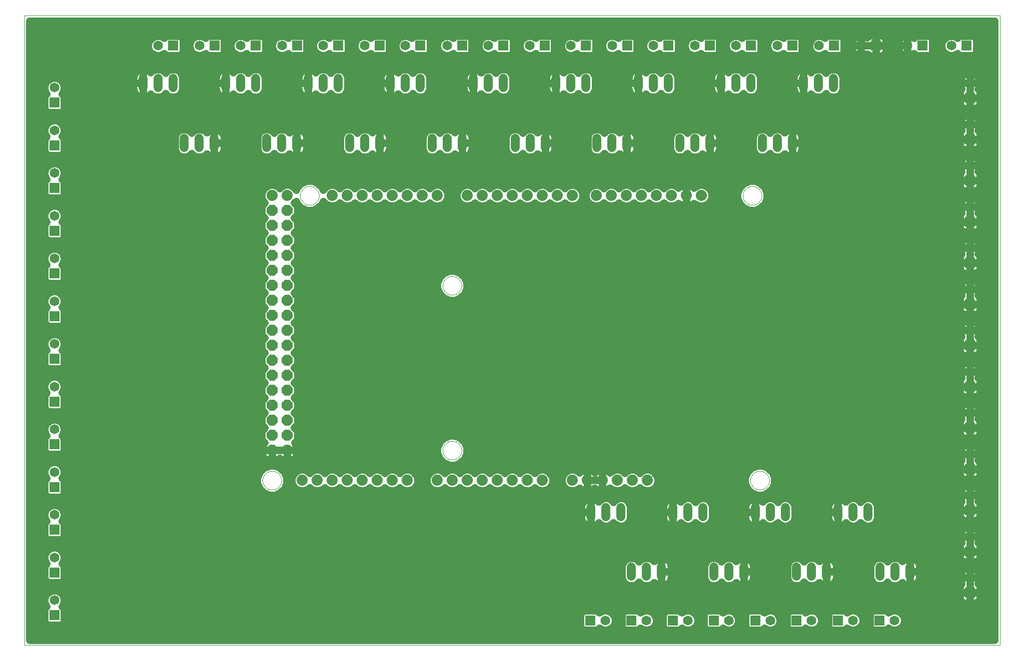
<source format=gtl>
G75*
G70*
%OFA0B0*%
%FSLAX24Y24*%
%IPPOS*%
%LPD*%
%AMOC8*
5,1,8,0,0,1.08239X$1,22.5*
%
%ADD10C,0.0000*%
%ADD11R,0.0650X0.0650*%
%ADD12C,0.0650*%
%ADD13C,0.0600*%
%ADD14C,0.0740*%
%ADD15OC8,0.0740*%
%ADD16C,0.0500*%
%ADD17C,0.0080*%
D10*
X000353Y000353D02*
X000353Y042353D01*
X065353Y042353D01*
X065353Y000353D01*
X000353Y000353D01*
X016223Y011353D02*
X016225Y011403D01*
X016231Y011453D01*
X016241Y011502D01*
X016255Y011550D01*
X016272Y011597D01*
X016293Y011642D01*
X016318Y011686D01*
X016346Y011727D01*
X016378Y011766D01*
X016412Y011803D01*
X016449Y011837D01*
X016489Y011867D01*
X016531Y011894D01*
X016575Y011918D01*
X016621Y011939D01*
X016668Y011955D01*
X016716Y011968D01*
X016766Y011977D01*
X016815Y011982D01*
X016866Y011983D01*
X016916Y011980D01*
X016965Y011973D01*
X017014Y011962D01*
X017062Y011947D01*
X017108Y011929D01*
X017153Y011907D01*
X017196Y011881D01*
X017237Y011852D01*
X017276Y011820D01*
X017312Y011785D01*
X017344Y011747D01*
X017374Y011707D01*
X017401Y011664D01*
X017424Y011620D01*
X017443Y011574D01*
X017459Y011526D01*
X017471Y011477D01*
X017479Y011428D01*
X017483Y011378D01*
X017483Y011328D01*
X017479Y011278D01*
X017471Y011229D01*
X017459Y011180D01*
X017443Y011132D01*
X017424Y011086D01*
X017401Y011042D01*
X017374Y010999D01*
X017344Y010959D01*
X017312Y010921D01*
X017276Y010886D01*
X017237Y010854D01*
X017196Y010825D01*
X017153Y010799D01*
X017108Y010777D01*
X017062Y010759D01*
X017014Y010744D01*
X016965Y010733D01*
X016916Y010726D01*
X016866Y010723D01*
X016815Y010724D01*
X016766Y010729D01*
X016716Y010738D01*
X016668Y010751D01*
X016621Y010767D01*
X016575Y010788D01*
X016531Y010812D01*
X016489Y010839D01*
X016449Y010869D01*
X016412Y010903D01*
X016378Y010940D01*
X016346Y010979D01*
X016318Y011020D01*
X016293Y011064D01*
X016272Y011109D01*
X016255Y011156D01*
X016241Y011204D01*
X016231Y011253D01*
X016225Y011303D01*
X016223Y011353D01*
X028223Y013353D02*
X028225Y013403D01*
X028231Y013453D01*
X028241Y013502D01*
X028255Y013550D01*
X028272Y013597D01*
X028293Y013642D01*
X028318Y013686D01*
X028346Y013727D01*
X028378Y013766D01*
X028412Y013803D01*
X028449Y013837D01*
X028489Y013867D01*
X028531Y013894D01*
X028575Y013918D01*
X028621Y013939D01*
X028668Y013955D01*
X028716Y013968D01*
X028766Y013977D01*
X028815Y013982D01*
X028866Y013983D01*
X028916Y013980D01*
X028965Y013973D01*
X029014Y013962D01*
X029062Y013947D01*
X029108Y013929D01*
X029153Y013907D01*
X029196Y013881D01*
X029237Y013852D01*
X029276Y013820D01*
X029312Y013785D01*
X029344Y013747D01*
X029374Y013707D01*
X029401Y013664D01*
X029424Y013620D01*
X029443Y013574D01*
X029459Y013526D01*
X029471Y013477D01*
X029479Y013428D01*
X029483Y013378D01*
X029483Y013328D01*
X029479Y013278D01*
X029471Y013229D01*
X029459Y013180D01*
X029443Y013132D01*
X029424Y013086D01*
X029401Y013042D01*
X029374Y012999D01*
X029344Y012959D01*
X029312Y012921D01*
X029276Y012886D01*
X029237Y012854D01*
X029196Y012825D01*
X029153Y012799D01*
X029108Y012777D01*
X029062Y012759D01*
X029014Y012744D01*
X028965Y012733D01*
X028916Y012726D01*
X028866Y012723D01*
X028815Y012724D01*
X028766Y012729D01*
X028716Y012738D01*
X028668Y012751D01*
X028621Y012767D01*
X028575Y012788D01*
X028531Y012812D01*
X028489Y012839D01*
X028449Y012869D01*
X028412Y012903D01*
X028378Y012940D01*
X028346Y012979D01*
X028318Y013020D01*
X028293Y013064D01*
X028272Y013109D01*
X028255Y013156D01*
X028241Y013204D01*
X028231Y013253D01*
X028225Y013303D01*
X028223Y013353D01*
X028223Y024353D02*
X028225Y024403D01*
X028231Y024453D01*
X028241Y024502D01*
X028255Y024550D01*
X028272Y024597D01*
X028293Y024642D01*
X028318Y024686D01*
X028346Y024727D01*
X028378Y024766D01*
X028412Y024803D01*
X028449Y024837D01*
X028489Y024867D01*
X028531Y024894D01*
X028575Y024918D01*
X028621Y024939D01*
X028668Y024955D01*
X028716Y024968D01*
X028766Y024977D01*
X028815Y024982D01*
X028866Y024983D01*
X028916Y024980D01*
X028965Y024973D01*
X029014Y024962D01*
X029062Y024947D01*
X029108Y024929D01*
X029153Y024907D01*
X029196Y024881D01*
X029237Y024852D01*
X029276Y024820D01*
X029312Y024785D01*
X029344Y024747D01*
X029374Y024707D01*
X029401Y024664D01*
X029424Y024620D01*
X029443Y024574D01*
X029459Y024526D01*
X029471Y024477D01*
X029479Y024428D01*
X029483Y024378D01*
X029483Y024328D01*
X029479Y024278D01*
X029471Y024229D01*
X029459Y024180D01*
X029443Y024132D01*
X029424Y024086D01*
X029401Y024042D01*
X029374Y023999D01*
X029344Y023959D01*
X029312Y023921D01*
X029276Y023886D01*
X029237Y023854D01*
X029196Y023825D01*
X029153Y023799D01*
X029108Y023777D01*
X029062Y023759D01*
X029014Y023744D01*
X028965Y023733D01*
X028916Y023726D01*
X028866Y023723D01*
X028815Y023724D01*
X028766Y023729D01*
X028716Y023738D01*
X028668Y023751D01*
X028621Y023767D01*
X028575Y023788D01*
X028531Y023812D01*
X028489Y023839D01*
X028449Y023869D01*
X028412Y023903D01*
X028378Y023940D01*
X028346Y023979D01*
X028318Y024020D01*
X028293Y024064D01*
X028272Y024109D01*
X028255Y024156D01*
X028241Y024204D01*
X028231Y024253D01*
X028225Y024303D01*
X028223Y024353D01*
X018723Y030353D02*
X018725Y030403D01*
X018731Y030453D01*
X018741Y030502D01*
X018755Y030550D01*
X018772Y030597D01*
X018793Y030642D01*
X018818Y030686D01*
X018846Y030727D01*
X018878Y030766D01*
X018912Y030803D01*
X018949Y030837D01*
X018989Y030867D01*
X019031Y030894D01*
X019075Y030918D01*
X019121Y030939D01*
X019168Y030955D01*
X019216Y030968D01*
X019266Y030977D01*
X019315Y030982D01*
X019366Y030983D01*
X019416Y030980D01*
X019465Y030973D01*
X019514Y030962D01*
X019562Y030947D01*
X019608Y030929D01*
X019653Y030907D01*
X019696Y030881D01*
X019737Y030852D01*
X019776Y030820D01*
X019812Y030785D01*
X019844Y030747D01*
X019874Y030707D01*
X019901Y030664D01*
X019924Y030620D01*
X019943Y030574D01*
X019959Y030526D01*
X019971Y030477D01*
X019979Y030428D01*
X019983Y030378D01*
X019983Y030328D01*
X019979Y030278D01*
X019971Y030229D01*
X019959Y030180D01*
X019943Y030132D01*
X019924Y030086D01*
X019901Y030042D01*
X019874Y029999D01*
X019844Y029959D01*
X019812Y029921D01*
X019776Y029886D01*
X019737Y029854D01*
X019696Y029825D01*
X019653Y029799D01*
X019608Y029777D01*
X019562Y029759D01*
X019514Y029744D01*
X019465Y029733D01*
X019416Y029726D01*
X019366Y029723D01*
X019315Y029724D01*
X019266Y029729D01*
X019216Y029738D01*
X019168Y029751D01*
X019121Y029767D01*
X019075Y029788D01*
X019031Y029812D01*
X018989Y029839D01*
X018949Y029869D01*
X018912Y029903D01*
X018878Y029940D01*
X018846Y029979D01*
X018818Y030020D01*
X018793Y030064D01*
X018772Y030109D01*
X018755Y030156D01*
X018741Y030204D01*
X018731Y030253D01*
X018725Y030303D01*
X018723Y030353D01*
X048223Y030353D02*
X048225Y030403D01*
X048231Y030453D01*
X048241Y030502D01*
X048255Y030550D01*
X048272Y030597D01*
X048293Y030642D01*
X048318Y030686D01*
X048346Y030727D01*
X048378Y030766D01*
X048412Y030803D01*
X048449Y030837D01*
X048489Y030867D01*
X048531Y030894D01*
X048575Y030918D01*
X048621Y030939D01*
X048668Y030955D01*
X048716Y030968D01*
X048766Y030977D01*
X048815Y030982D01*
X048866Y030983D01*
X048916Y030980D01*
X048965Y030973D01*
X049014Y030962D01*
X049062Y030947D01*
X049108Y030929D01*
X049153Y030907D01*
X049196Y030881D01*
X049237Y030852D01*
X049276Y030820D01*
X049312Y030785D01*
X049344Y030747D01*
X049374Y030707D01*
X049401Y030664D01*
X049424Y030620D01*
X049443Y030574D01*
X049459Y030526D01*
X049471Y030477D01*
X049479Y030428D01*
X049483Y030378D01*
X049483Y030328D01*
X049479Y030278D01*
X049471Y030229D01*
X049459Y030180D01*
X049443Y030132D01*
X049424Y030086D01*
X049401Y030042D01*
X049374Y029999D01*
X049344Y029959D01*
X049312Y029921D01*
X049276Y029886D01*
X049237Y029854D01*
X049196Y029825D01*
X049153Y029799D01*
X049108Y029777D01*
X049062Y029759D01*
X049014Y029744D01*
X048965Y029733D01*
X048916Y029726D01*
X048866Y029723D01*
X048815Y029724D01*
X048766Y029729D01*
X048716Y029738D01*
X048668Y029751D01*
X048621Y029767D01*
X048575Y029788D01*
X048531Y029812D01*
X048489Y029839D01*
X048449Y029869D01*
X048412Y029903D01*
X048378Y029940D01*
X048346Y029979D01*
X048318Y030020D01*
X048293Y030064D01*
X048272Y030109D01*
X048255Y030156D01*
X048241Y030204D01*
X048231Y030253D01*
X048225Y030303D01*
X048223Y030353D01*
X048723Y011353D02*
X048725Y011403D01*
X048731Y011453D01*
X048741Y011502D01*
X048755Y011550D01*
X048772Y011597D01*
X048793Y011642D01*
X048818Y011686D01*
X048846Y011727D01*
X048878Y011766D01*
X048912Y011803D01*
X048949Y011837D01*
X048989Y011867D01*
X049031Y011894D01*
X049075Y011918D01*
X049121Y011939D01*
X049168Y011955D01*
X049216Y011968D01*
X049266Y011977D01*
X049315Y011982D01*
X049366Y011983D01*
X049416Y011980D01*
X049465Y011973D01*
X049514Y011962D01*
X049562Y011947D01*
X049608Y011929D01*
X049653Y011907D01*
X049696Y011881D01*
X049737Y011852D01*
X049776Y011820D01*
X049812Y011785D01*
X049844Y011747D01*
X049874Y011707D01*
X049901Y011664D01*
X049924Y011620D01*
X049943Y011574D01*
X049959Y011526D01*
X049971Y011477D01*
X049979Y011428D01*
X049983Y011378D01*
X049983Y011328D01*
X049979Y011278D01*
X049971Y011229D01*
X049959Y011180D01*
X049943Y011132D01*
X049924Y011086D01*
X049901Y011042D01*
X049874Y010999D01*
X049844Y010959D01*
X049812Y010921D01*
X049776Y010886D01*
X049737Y010854D01*
X049696Y010825D01*
X049653Y010799D01*
X049608Y010777D01*
X049562Y010759D01*
X049514Y010744D01*
X049465Y010733D01*
X049416Y010726D01*
X049366Y010723D01*
X049315Y010724D01*
X049266Y010729D01*
X049216Y010738D01*
X049168Y010751D01*
X049121Y010767D01*
X049075Y010788D01*
X049031Y010812D01*
X048989Y010839D01*
X048949Y010869D01*
X048912Y010903D01*
X048878Y010940D01*
X048846Y010979D01*
X048818Y011020D01*
X048793Y011064D01*
X048772Y011109D01*
X048755Y011156D01*
X048741Y011204D01*
X048731Y011253D01*
X048725Y011303D01*
X048723Y011353D01*
D11*
X049050Y002010D03*
X051811Y002010D03*
X054573Y002010D03*
X057335Y002010D03*
X063353Y003861D03*
X063353Y006611D03*
X063353Y009361D03*
X063353Y012111D03*
X063353Y014861D03*
X063353Y017611D03*
X063353Y020361D03*
X063353Y023111D03*
X063353Y025861D03*
X063353Y028611D03*
X063353Y031361D03*
X063353Y034111D03*
X063353Y036861D03*
X063128Y040353D03*
X060211Y040353D03*
X057093Y040353D03*
X054304Y040353D03*
X051514Y040353D03*
X048764Y040353D03*
X046014Y040353D03*
X043264Y040353D03*
X040514Y040353D03*
X037770Y040353D03*
X035020Y040353D03*
X032270Y040353D03*
X029520Y040353D03*
X026741Y040353D03*
X024014Y040353D03*
X021264Y040353D03*
X018514Y040353D03*
X015764Y040353D03*
X013014Y040353D03*
X010264Y040353D03*
X002353Y036553D03*
X002353Y033703D03*
X002353Y030853D03*
X002353Y028003D03*
X002353Y025153D03*
X002353Y022303D03*
X002353Y019453D03*
X002353Y016603D03*
X002353Y013753D03*
X002353Y010903D03*
X002353Y008053D03*
X002353Y005203D03*
X002353Y002353D03*
X038061Y002010D03*
X040811Y002010D03*
X043561Y002010D03*
X046288Y002010D03*
D12*
X047288Y002010D03*
X044561Y002010D03*
X041811Y002010D03*
X039061Y002010D03*
X050050Y002010D03*
X052811Y002010D03*
X055573Y002010D03*
X058335Y002010D03*
X063353Y004861D03*
X063353Y007611D03*
X063353Y010361D03*
X063353Y013111D03*
X063353Y015861D03*
X063353Y018611D03*
X063353Y021361D03*
X063353Y024111D03*
X063353Y026861D03*
X063353Y029611D03*
X063353Y032361D03*
X063353Y035111D03*
X063353Y037861D03*
X062128Y040353D03*
X059211Y040353D03*
X056093Y040353D03*
X053304Y040353D03*
X050514Y040353D03*
X047764Y040353D03*
X045014Y040353D03*
X042264Y040353D03*
X039514Y040353D03*
X036770Y040353D03*
X034020Y040353D03*
X031270Y040353D03*
X028520Y040353D03*
X025741Y040353D03*
X023014Y040353D03*
X020264Y040353D03*
X017514Y040353D03*
X014764Y040353D03*
X012014Y040353D03*
X009264Y040353D03*
X002353Y037553D03*
X002353Y034703D03*
X002353Y031853D03*
X002353Y029003D03*
X002353Y026153D03*
X002353Y023303D03*
X002353Y020453D03*
X002353Y017603D03*
X002353Y014753D03*
X002353Y011903D03*
X002353Y009053D03*
X002353Y006203D03*
X002353Y003353D03*
D13*
X038107Y008923D02*
X038107Y009523D01*
X039107Y009523D02*
X039107Y008923D01*
X040107Y008923D02*
X040107Y009523D01*
X043577Y009523D02*
X043577Y008923D01*
X044577Y008923D02*
X044577Y009523D01*
X045577Y009523D02*
X045577Y008923D01*
X049048Y008923D02*
X049048Y009523D01*
X050048Y009523D02*
X050048Y008923D01*
X051048Y008923D02*
X051048Y009523D01*
X054571Y009523D02*
X054571Y008923D01*
X055571Y008923D02*
X055571Y009523D01*
X056571Y009523D02*
X056571Y008923D01*
X057349Y005553D02*
X057349Y004953D01*
X058349Y004953D02*
X058349Y005553D01*
X059349Y005553D02*
X059349Y004953D01*
X053809Y004953D02*
X053809Y005553D01*
X052809Y005553D02*
X052809Y004953D01*
X051809Y004953D02*
X051809Y005553D01*
X048280Y005553D02*
X048280Y004953D01*
X047280Y004953D02*
X047280Y005553D01*
X046280Y005553D02*
X046280Y004953D01*
X042804Y004953D02*
X042804Y005553D01*
X041804Y005553D02*
X041804Y004953D01*
X040804Y004953D02*
X040804Y005553D01*
X040508Y033553D02*
X040508Y034153D01*
X039508Y034153D02*
X039508Y033553D01*
X038508Y033553D02*
X038508Y034153D01*
X035054Y034153D02*
X035054Y033553D01*
X034054Y033553D02*
X034054Y034153D01*
X033054Y034153D02*
X033054Y033553D01*
X029530Y033553D02*
X029530Y034153D01*
X028530Y034153D02*
X028530Y033553D01*
X027530Y033553D02*
X027530Y034153D01*
X024028Y034153D02*
X024028Y033553D01*
X023028Y033553D02*
X023028Y034153D01*
X022028Y034153D02*
X022028Y033553D01*
X018508Y033553D02*
X018508Y034153D01*
X017508Y034153D02*
X017508Y033553D01*
X016508Y033553D02*
X016508Y034153D01*
X013008Y034153D02*
X013008Y033553D01*
X012008Y033553D02*
X012008Y034153D01*
X011008Y034153D02*
X011008Y033553D01*
X010258Y037553D02*
X010258Y038153D01*
X009258Y038153D02*
X009258Y037553D01*
X008258Y037553D02*
X008258Y038153D01*
X013758Y038153D02*
X013758Y037553D01*
X014758Y037553D02*
X014758Y038153D01*
X015758Y038153D02*
X015758Y037553D01*
X019258Y037553D02*
X019258Y038153D01*
X020258Y038153D02*
X020258Y037553D01*
X021258Y037553D02*
X021258Y038153D01*
X024735Y038153D02*
X024735Y037553D01*
X025735Y037553D02*
X025735Y038153D01*
X026735Y038153D02*
X026735Y037553D01*
X030272Y037553D02*
X030272Y038153D01*
X031272Y038153D02*
X031272Y037553D01*
X032272Y037553D02*
X032272Y038153D01*
X035776Y038153D02*
X035776Y037553D01*
X036776Y037553D02*
X036776Y038153D01*
X037776Y038153D02*
X037776Y037553D01*
X041258Y037553D02*
X041258Y038153D01*
X042258Y038153D02*
X042258Y037553D01*
X043258Y037553D02*
X043258Y038153D01*
X046758Y038153D02*
X046758Y037553D01*
X047758Y037553D02*
X047758Y038153D01*
X048758Y038153D02*
X048758Y037553D01*
X052258Y037553D02*
X052258Y038153D01*
X053258Y038153D02*
X053258Y037553D01*
X054258Y037553D02*
X054258Y038153D01*
X051522Y034153D02*
X051522Y033553D01*
X050522Y033553D02*
X050522Y034153D01*
X049522Y034153D02*
X049522Y033553D01*
X046028Y033553D02*
X046028Y034153D01*
X045028Y034153D02*
X045028Y033553D01*
X044028Y033553D02*
X044028Y034153D01*
D14*
X044453Y030353D03*
X043453Y030353D03*
X042453Y030353D03*
X041453Y030353D03*
X040453Y030353D03*
X039453Y030353D03*
X038453Y030353D03*
X036853Y030353D03*
X035853Y030353D03*
X034853Y030353D03*
X033853Y030353D03*
X032853Y030353D03*
X031853Y030353D03*
X030853Y030353D03*
X029853Y030353D03*
X027853Y030353D03*
X026853Y030353D03*
X025853Y030353D03*
X024853Y030353D03*
X023853Y030353D03*
X022853Y030353D03*
X021853Y030353D03*
X020853Y030353D03*
X017853Y030353D03*
X016853Y030353D03*
X016853Y013353D03*
X017853Y013353D03*
X018853Y011353D03*
X019853Y011353D03*
X020853Y011353D03*
X021853Y011353D03*
X022853Y011353D03*
X023853Y011353D03*
X024853Y011353D03*
X025853Y011353D03*
X027853Y011353D03*
X028853Y011353D03*
X029853Y011353D03*
X030853Y011353D03*
X031853Y011353D03*
X032853Y011353D03*
X033853Y011353D03*
X034853Y011353D03*
X036853Y011353D03*
X037853Y011353D03*
X038853Y011353D03*
X039853Y011353D03*
X040853Y011353D03*
X041853Y011353D03*
X045453Y030353D03*
D15*
X017853Y029353D03*
X017853Y028353D03*
X016853Y028353D03*
X016853Y029353D03*
X016853Y027353D03*
X017853Y027353D03*
X017853Y026353D03*
X017853Y025353D03*
X016853Y025353D03*
X016853Y026353D03*
X016853Y024353D03*
X017853Y024353D03*
X017853Y023353D03*
X017853Y022353D03*
X016853Y022353D03*
X016853Y023353D03*
X016853Y021353D03*
X017853Y021353D03*
X017853Y020353D03*
X017853Y019353D03*
X016853Y019353D03*
X016853Y020353D03*
X016853Y018353D03*
X017853Y018353D03*
X017853Y017353D03*
X017853Y016353D03*
X016853Y016353D03*
X016853Y017353D03*
X016853Y015353D03*
X017853Y015353D03*
X017853Y014353D03*
X016853Y014353D03*
D16*
X016363Y014853D02*
X016153Y014643D01*
X016153Y014063D01*
X016349Y013867D01*
X016310Y013828D01*
X016253Y013754D01*
X016206Y013672D01*
X016169Y013585D01*
X016145Y013494D01*
X016133Y013400D01*
X016133Y013353D01*
X016852Y013353D01*
X016852Y013353D01*
X016133Y013353D01*
X016133Y013306D01*
X016145Y013212D01*
X016169Y013121D01*
X016206Y013034D01*
X016253Y012952D01*
X016310Y012877D01*
X016377Y012810D01*
X016452Y012753D01*
X016534Y012706D01*
X016621Y012669D01*
X016712Y012645D01*
X016806Y012633D01*
X016853Y012633D01*
X016900Y012633D01*
X016994Y012645D01*
X017085Y012669D01*
X017172Y012706D01*
X017254Y012753D01*
X017328Y012810D01*
X017353Y012835D01*
X017377Y012810D01*
X017452Y012753D01*
X017534Y012706D01*
X017621Y012669D01*
X017712Y012645D01*
X017806Y012633D01*
X017853Y012633D01*
X017900Y012633D01*
X017994Y012645D01*
X018085Y012669D01*
X018172Y012706D01*
X018254Y012753D01*
X018328Y012810D01*
X018395Y012877D01*
X018453Y012952D01*
X018500Y013034D01*
X018536Y013121D01*
X018560Y013212D01*
X018573Y013306D01*
X018573Y013353D01*
X018573Y013400D01*
X018560Y013494D01*
X018536Y013585D01*
X018500Y013672D01*
X018453Y013754D01*
X018395Y013828D01*
X018357Y013867D01*
X018553Y014063D01*
X018553Y014643D01*
X018343Y014853D01*
X018553Y015063D01*
X018553Y015643D01*
X018343Y015853D01*
X018553Y016063D01*
X018553Y016643D01*
X018343Y016853D01*
X018553Y017063D01*
X018553Y017643D01*
X018343Y017853D01*
X018553Y018063D01*
X018553Y018643D01*
X018343Y018853D01*
X018553Y019063D01*
X018553Y019643D01*
X018343Y019853D01*
X018553Y020063D01*
X018553Y020643D01*
X018343Y020853D01*
X018553Y021063D01*
X018553Y021643D01*
X018343Y021853D01*
X018553Y022063D01*
X018553Y022643D01*
X018343Y022853D01*
X018553Y023063D01*
X018553Y023643D01*
X018343Y023853D01*
X018553Y024063D01*
X018553Y024643D01*
X018343Y024853D01*
X018553Y025063D01*
X018553Y025643D01*
X018343Y025853D01*
X018553Y026063D01*
X018553Y026643D01*
X018343Y026853D01*
X018553Y027063D01*
X018553Y027643D01*
X018343Y027853D01*
X018553Y028063D01*
X018553Y028643D01*
X018343Y028853D01*
X018553Y029063D01*
X018553Y029643D01*
X018343Y029853D01*
X018446Y029956D01*
X018451Y029969D01*
X018522Y029798D01*
X018798Y029522D01*
X019158Y029373D01*
X019548Y029373D01*
X019908Y029522D01*
X020183Y029798D01*
X020254Y029969D01*
X020259Y029956D01*
X020456Y029759D01*
X020714Y029653D01*
X020992Y029653D01*
X021249Y029759D01*
X021353Y029863D01*
X021456Y029759D01*
X021714Y029653D01*
X021992Y029653D01*
X022249Y029759D01*
X022353Y029863D01*
X022456Y029759D01*
X022714Y029653D01*
X022992Y029653D01*
X023249Y029759D01*
X023353Y029863D01*
X023456Y029759D01*
X023714Y029653D01*
X023992Y029653D01*
X024249Y029759D01*
X024353Y029863D01*
X024456Y029759D01*
X024714Y029653D01*
X024992Y029653D01*
X025249Y029759D01*
X025353Y029863D01*
X025456Y029759D01*
X025714Y029653D01*
X025992Y029653D01*
X026249Y029759D01*
X026353Y029863D01*
X026456Y029759D01*
X026714Y029653D01*
X026992Y029653D01*
X027249Y029759D01*
X027353Y029863D01*
X027456Y029759D01*
X027714Y029653D01*
X027992Y029653D01*
X028249Y029759D01*
X028446Y029956D01*
X028553Y030214D01*
X028553Y030492D01*
X028446Y030749D01*
X028249Y030946D01*
X027992Y031053D01*
X027714Y031053D01*
X027456Y030946D01*
X027353Y030843D01*
X027249Y030946D01*
X026992Y031053D01*
X026714Y031053D01*
X026456Y030946D01*
X026353Y030843D01*
X026249Y030946D01*
X025992Y031053D01*
X025714Y031053D01*
X025456Y030946D01*
X025353Y030843D01*
X025249Y030946D01*
X024992Y031053D01*
X024714Y031053D01*
X024456Y030946D01*
X024353Y030843D01*
X024249Y030946D01*
X023992Y031053D01*
X023714Y031053D01*
X023456Y030946D01*
X023353Y030843D01*
X023249Y030946D01*
X022992Y031053D01*
X022714Y031053D01*
X022456Y030946D01*
X022353Y030843D01*
X022249Y030946D01*
X021992Y031053D01*
X021714Y031053D01*
X021456Y030946D01*
X021353Y030843D01*
X021249Y030946D01*
X020992Y031053D01*
X020714Y031053D01*
X020456Y030946D01*
X020259Y030749D01*
X020254Y030737D01*
X020183Y030908D01*
X019908Y031183D01*
X019548Y031333D01*
X019158Y031333D01*
X018798Y031183D01*
X018522Y030908D01*
X018451Y030737D01*
X018446Y030749D01*
X018249Y030946D01*
X017992Y031053D01*
X017714Y031053D01*
X017456Y030946D01*
X017353Y030843D01*
X017249Y030946D01*
X016992Y031053D01*
X016714Y031053D01*
X016456Y030946D01*
X016259Y030749D01*
X016153Y030492D01*
X016153Y030214D01*
X016259Y029956D01*
X016363Y029853D01*
X016153Y029643D01*
X016153Y029063D01*
X016363Y028853D01*
X016153Y028643D01*
X016153Y028063D01*
X016363Y027853D01*
X016153Y027643D01*
X016153Y027063D01*
X016363Y026853D01*
X016153Y026643D01*
X016153Y026063D01*
X016363Y025853D01*
X016153Y025643D01*
X016153Y025063D01*
X016363Y024853D01*
X016153Y024643D01*
X016153Y024063D01*
X016363Y023853D01*
X016153Y023643D01*
X016153Y023063D01*
X016363Y022853D01*
X016153Y022643D01*
X016153Y022063D01*
X016363Y021853D01*
X016153Y021643D01*
X016153Y021063D01*
X016363Y020853D01*
X016153Y020643D01*
X016153Y020063D01*
X016363Y019853D01*
X016153Y019643D01*
X016153Y019063D01*
X016363Y018853D01*
X016153Y018643D01*
X016153Y018063D01*
X016363Y017853D01*
X016153Y017643D01*
X016153Y017063D01*
X016363Y016853D01*
X016153Y016643D01*
X016153Y016063D01*
X016363Y015853D01*
X016153Y015643D01*
X016153Y015063D01*
X016363Y014853D01*
X016321Y014811D02*
X003008Y014811D01*
X003008Y014883D02*
X002908Y015124D01*
X002724Y015308D01*
X002483Y015408D01*
X002222Y015408D01*
X001982Y015308D01*
X001798Y015124D01*
X001698Y014883D01*
X001698Y014622D01*
X001798Y014382D01*
X001832Y014348D01*
X001748Y014264D01*
X001698Y014143D01*
X001698Y013362D01*
X001748Y013241D01*
X001841Y013148D01*
X001962Y013098D01*
X002743Y013098D01*
X002864Y013148D01*
X002957Y013241D01*
X003008Y013362D01*
X003008Y014143D01*
X002957Y014264D01*
X002874Y014348D01*
X002908Y014382D01*
X003008Y014622D01*
X003008Y014883D01*
X002721Y015309D02*
X016153Y015309D01*
X016318Y015808D02*
X000703Y015808D01*
X000703Y015309D02*
X001985Y015309D01*
X001698Y014811D02*
X000703Y014811D01*
X000703Y014312D02*
X001796Y014312D01*
X001698Y013813D02*
X000703Y013813D01*
X000703Y013315D02*
X001718Y013315D01*
X001982Y012458D02*
X001798Y012274D01*
X001698Y012033D01*
X001698Y011772D01*
X001798Y011532D01*
X001832Y011498D01*
X001748Y011414D01*
X001698Y011293D01*
X001698Y010512D01*
X001748Y010391D01*
X001841Y010298D01*
X001962Y010248D01*
X002743Y010248D01*
X002864Y010298D01*
X002957Y010391D01*
X003008Y010512D01*
X003008Y011293D01*
X002957Y011414D01*
X002874Y011498D01*
X002908Y011532D01*
X003008Y011772D01*
X003008Y012033D01*
X002908Y012274D01*
X002724Y012458D01*
X002483Y012558D01*
X002222Y012558D01*
X001982Y012458D01*
X001842Y012318D02*
X000703Y012318D01*
X000703Y012816D02*
X016371Y012816D01*
X016853Y012816D02*
X016853Y012816D01*
X016853Y012633D02*
X016853Y013352D01*
X016853Y013352D01*
X016853Y013353D02*
X016853Y013353D01*
X017573Y013353D01*
X017852Y013353D01*
X017852Y013353D01*
X017573Y013353D01*
X016853Y013353D01*
X016853Y013352D02*
X016853Y012633D01*
X017048Y012333D02*
X016658Y012333D01*
X016298Y012183D01*
X016022Y011908D01*
X015873Y011548D01*
X015873Y011158D01*
X016022Y010798D01*
X016298Y010522D01*
X016658Y010373D01*
X017048Y010373D01*
X017408Y010522D01*
X017683Y010798D01*
X017833Y011158D01*
X017833Y011548D01*
X017683Y011908D01*
X017408Y012183D01*
X017048Y012333D01*
X017084Y012318D02*
X049122Y012318D01*
X049158Y012333D02*
X048798Y012183D01*
X048522Y011908D01*
X048373Y011548D01*
X048373Y011158D01*
X048522Y010798D01*
X048798Y010522D01*
X049158Y010373D01*
X049548Y010373D01*
X049908Y010522D01*
X050183Y010798D01*
X050333Y011158D01*
X050333Y011548D01*
X050183Y011908D01*
X049908Y012183D01*
X049548Y012333D01*
X049158Y012333D01*
X049584Y012318D02*
X062678Y012318D01*
X062678Y012470D02*
X062678Y012111D01*
X063352Y012111D01*
X063352Y012110D01*
X062678Y012110D01*
X062678Y011751D01*
X062691Y011684D01*
X062718Y011620D01*
X062756Y011563D01*
X062805Y011514D01*
X062862Y011476D01*
X062926Y011449D01*
X062993Y011436D01*
X063353Y011436D01*
X063712Y011436D01*
X063780Y011449D01*
X063843Y011476D01*
X063901Y011514D01*
X063949Y011563D01*
X063988Y011620D01*
X064014Y011684D01*
X064028Y011751D01*
X064028Y012110D01*
X063353Y012110D01*
X063353Y011436D01*
X063353Y012110D01*
X063353Y012110D01*
X063353Y012111D01*
X063353Y012111D01*
X063353Y012436D01*
X063353Y013110D01*
X063353Y013110D01*
X063353Y013111D01*
X063353Y013111D01*
X063353Y013785D01*
X063397Y013785D01*
X063485Y013774D01*
X063570Y013751D01*
X063652Y013717D01*
X063728Y013673D01*
X063799Y013619D01*
X063861Y013556D01*
X063915Y013486D01*
X063959Y013410D01*
X063993Y013328D01*
X064016Y013243D01*
X064028Y013155D01*
X064028Y013111D01*
X063353Y013111D01*
X063353Y013785D01*
X063309Y013785D01*
X063221Y013774D01*
X063135Y013751D01*
X063054Y013717D01*
X062977Y013673D01*
X062907Y013619D01*
X062844Y013556D01*
X062790Y013486D01*
X062746Y013410D01*
X062712Y013328D01*
X062689Y013243D01*
X062678Y013155D01*
X062678Y013111D01*
X063352Y013111D01*
X063352Y013110D01*
X062678Y013110D01*
X062678Y013066D01*
X062689Y012979D01*
X062712Y012893D01*
X062746Y012811D01*
X062790Y012735D01*
X062809Y012710D01*
X062805Y012707D01*
X062756Y012659D01*
X062718Y012601D01*
X062691Y012538D01*
X062678Y012470D01*
X062744Y012816D02*
X029691Y012816D01*
X029683Y012798D02*
X029833Y013158D01*
X029833Y013548D01*
X029683Y013908D01*
X029408Y014183D01*
X029048Y014333D01*
X028658Y014333D01*
X028298Y014183D01*
X028022Y013908D01*
X027873Y013548D01*
X027873Y013158D01*
X028022Y012798D01*
X028298Y012522D01*
X028658Y012373D01*
X029048Y012373D01*
X029408Y012522D01*
X029683Y012798D01*
X029714Y012053D02*
X029456Y011946D01*
X029353Y011843D01*
X029249Y011946D01*
X028992Y012053D01*
X028714Y012053D01*
X028456Y011946D01*
X028353Y011843D01*
X028249Y011946D01*
X027992Y012053D01*
X027714Y012053D01*
X027456Y011946D01*
X027259Y011749D01*
X027153Y011492D01*
X027153Y011214D01*
X027259Y010956D01*
X027456Y010759D01*
X027714Y010653D01*
X027992Y010653D01*
X028249Y010759D01*
X028353Y010863D01*
X028456Y010759D01*
X028714Y010653D01*
X028992Y010653D01*
X029249Y010759D01*
X029353Y010863D01*
X029456Y010759D01*
X029714Y010653D01*
X029992Y010653D01*
X030249Y010759D01*
X030353Y010863D01*
X030456Y010759D01*
X030714Y010653D01*
X030992Y010653D01*
X031249Y010759D01*
X031353Y010863D01*
X031456Y010759D01*
X031714Y010653D01*
X031992Y010653D01*
X032249Y010759D01*
X032353Y010863D01*
X032456Y010759D01*
X032714Y010653D01*
X032992Y010653D01*
X033249Y010759D01*
X033353Y010863D01*
X033456Y010759D01*
X033714Y010653D01*
X033992Y010653D01*
X034249Y010759D01*
X034353Y010863D01*
X034456Y010759D01*
X034714Y010653D01*
X034992Y010653D01*
X035249Y010759D01*
X035446Y010956D01*
X035553Y011214D01*
X035553Y011492D01*
X035446Y011749D01*
X035249Y011946D01*
X034992Y012053D01*
X034714Y012053D01*
X034456Y011946D01*
X034353Y011843D01*
X034249Y011946D01*
X033992Y012053D01*
X033714Y012053D01*
X033456Y011946D01*
X033353Y011843D01*
X033249Y011946D01*
X032992Y012053D01*
X032714Y012053D01*
X032456Y011946D01*
X032353Y011843D01*
X032249Y011946D01*
X031992Y012053D01*
X031714Y012053D01*
X031456Y011946D01*
X031353Y011843D01*
X031249Y011946D01*
X030992Y012053D01*
X030714Y012053D01*
X030456Y011946D01*
X030353Y011843D01*
X030249Y011946D01*
X029992Y012053D01*
X029714Y012053D01*
X029833Y013315D02*
X062709Y013315D01*
X063353Y013315D02*
X063353Y013315D01*
X063353Y013110D02*
X064028Y013110D01*
X064028Y013066D01*
X064016Y012979D01*
X063993Y012893D01*
X063959Y012811D01*
X063915Y012735D01*
X063896Y012710D01*
X063901Y012707D01*
X063949Y012659D01*
X063988Y012601D01*
X064014Y012538D01*
X064028Y012470D01*
X064028Y012111D01*
X063353Y012111D01*
X063353Y012436D01*
X063353Y013110D01*
X063353Y012816D02*
X063353Y012816D01*
X063353Y012318D02*
X063353Y012318D01*
X063353Y011819D02*
X063353Y011819D01*
X064028Y011819D02*
X065003Y011819D01*
X065003Y011321D02*
X050333Y011321D01*
X050220Y011819D02*
X062678Y011819D01*
X063054Y010967D02*
X062977Y010923D01*
X062907Y010869D01*
X062844Y010806D01*
X062790Y010736D01*
X062746Y010660D01*
X062712Y010578D01*
X062689Y010493D01*
X062678Y010405D01*
X062678Y010361D01*
X063352Y010361D01*
X063352Y010360D01*
X062678Y010360D01*
X062678Y010316D01*
X062689Y010229D01*
X062712Y010143D01*
X062746Y010061D01*
X062790Y009985D01*
X062809Y009960D01*
X062805Y009957D01*
X062756Y009909D01*
X062718Y009851D01*
X062691Y009788D01*
X062678Y009720D01*
X062678Y009361D01*
X063352Y009361D01*
X063352Y009360D01*
X062678Y009360D01*
X062678Y009001D01*
X062691Y008934D01*
X062718Y008870D01*
X062756Y008813D01*
X062805Y008764D01*
X062862Y008726D01*
X062926Y008699D01*
X062993Y008686D01*
X063353Y008686D01*
X063712Y008686D01*
X063780Y008699D01*
X063843Y008726D01*
X063901Y008764D01*
X063949Y008813D01*
X063988Y008870D01*
X064014Y008934D01*
X064028Y009001D01*
X064028Y009360D01*
X063353Y009360D01*
X063353Y008686D01*
X063353Y009360D01*
X063353Y009360D01*
X063353Y009361D01*
X063353Y009361D01*
X063353Y009686D01*
X063353Y010360D01*
X063353Y010360D01*
X063353Y010361D01*
X063353Y010361D01*
X063353Y011035D01*
X063397Y011035D01*
X063485Y011024D01*
X063570Y011001D01*
X063652Y010967D01*
X063728Y010923D01*
X063799Y010869D01*
X063861Y010806D01*
X063915Y010736D01*
X063959Y010660D01*
X063993Y010578D01*
X064016Y010493D01*
X064028Y010405D01*
X064028Y010361D01*
X063353Y010361D01*
X063353Y011035D01*
X063309Y011035D01*
X063221Y011024D01*
X063135Y011001D01*
X063054Y010967D01*
X062860Y010822D02*
X050194Y010822D01*
X050173Y010153D02*
X049922Y010153D01*
X049691Y010057D01*
X049559Y009925D01*
X049537Y009952D01*
X049477Y010012D01*
X049410Y010064D01*
X049336Y010107D01*
X049257Y010140D01*
X049175Y010162D01*
X049090Y010173D01*
X049048Y010173D01*
X049048Y009223D01*
X049047Y009223D01*
X049047Y009223D01*
X048398Y009223D01*
X048398Y009565D01*
X048409Y009650D01*
X048431Y009732D01*
X048463Y009811D01*
X048506Y009885D01*
X048558Y009952D01*
X048618Y010012D01*
X048686Y010064D01*
X048760Y010107D01*
X048838Y010140D01*
X048921Y010162D01*
X049005Y010173D01*
X049047Y010173D01*
X049047Y009223D01*
X048398Y009223D01*
X048398Y008880D01*
X048409Y008796D01*
X048431Y008713D01*
X048463Y008635D01*
X048506Y008561D01*
X048558Y008493D01*
X048618Y008433D01*
X048686Y008381D01*
X048760Y008339D01*
X048838Y008306D01*
X048921Y008284D01*
X049005Y008273D01*
X049047Y008273D01*
X049047Y009222D01*
X049048Y009222D01*
X049048Y008273D01*
X049090Y008273D01*
X049175Y008284D01*
X049257Y008306D01*
X049336Y008339D01*
X049410Y008381D01*
X049477Y008433D01*
X049537Y008493D01*
X049559Y008521D01*
X049691Y008389D01*
X049922Y008293D01*
X050173Y008293D01*
X050405Y008389D01*
X050548Y008532D01*
X050691Y008389D01*
X050922Y008293D01*
X051173Y008293D01*
X051405Y008389D01*
X051582Y008566D01*
X051678Y008797D01*
X051678Y009648D01*
X051582Y009880D01*
X051405Y010057D01*
X051173Y010153D01*
X050922Y010153D01*
X050691Y010057D01*
X050548Y009914D01*
X050405Y010057D01*
X050173Y010153D01*
X049048Y009825D02*
X049047Y009825D01*
X049047Y009327D02*
X049048Y009327D01*
X049047Y008828D02*
X049048Y008828D01*
X049047Y008329D02*
X049048Y008329D01*
X049314Y008329D02*
X049834Y008329D01*
X050262Y008329D02*
X050834Y008329D01*
X051262Y008329D02*
X054305Y008329D01*
X054283Y008339D02*
X054362Y008306D01*
X054444Y008284D01*
X054529Y008273D01*
X054571Y008273D01*
X054571Y009222D01*
X054571Y009222D01*
X054571Y009223D02*
X053921Y009223D01*
X054571Y009223D01*
X054571Y009223D01*
X054571Y010173D01*
X054529Y010173D01*
X054444Y010162D01*
X054362Y010140D01*
X054283Y010107D01*
X054209Y010064D01*
X054142Y010012D01*
X054082Y009952D01*
X054030Y009885D01*
X053987Y009811D01*
X053954Y009732D01*
X053932Y009650D01*
X053921Y009565D01*
X053921Y009223D01*
X053921Y008880D01*
X053932Y008796D01*
X053954Y008713D01*
X053987Y008635D01*
X054030Y008561D01*
X054082Y008493D01*
X054142Y008433D01*
X054209Y008381D01*
X054283Y008339D01*
X054571Y008329D02*
X054571Y008329D01*
X054571Y008273D02*
X054614Y008273D01*
X054698Y008284D01*
X054781Y008306D01*
X054859Y008339D01*
X054933Y008381D01*
X055001Y008433D01*
X055061Y008493D01*
X055082Y008521D01*
X055214Y008389D01*
X055446Y008293D01*
X055697Y008293D01*
X055928Y008389D01*
X056071Y008532D01*
X056214Y008389D01*
X056446Y008293D01*
X056697Y008293D01*
X056928Y008389D01*
X057105Y008566D01*
X057201Y008797D01*
X057201Y009648D01*
X057105Y009880D01*
X056928Y010057D01*
X056697Y010153D01*
X056446Y010153D01*
X056214Y010057D01*
X056071Y009914D01*
X055928Y010057D01*
X055697Y010153D01*
X055446Y010153D01*
X055214Y010057D01*
X055082Y009925D01*
X055061Y009952D01*
X055001Y010012D01*
X054933Y010064D01*
X054859Y010107D01*
X054781Y010140D01*
X054698Y010162D01*
X054614Y010173D01*
X054571Y010173D01*
X054571Y009223D01*
X054571Y009223D01*
X054571Y009222D02*
X054571Y008273D01*
X054837Y008329D02*
X055357Y008329D01*
X055785Y008329D02*
X056357Y008329D01*
X056785Y008329D02*
X065003Y008329D01*
X065003Y007831D02*
X063992Y007831D01*
X063993Y007828D02*
X063959Y007910D01*
X063915Y007986D01*
X063861Y008056D01*
X063799Y008119D01*
X063728Y008173D01*
X063652Y008217D01*
X063570Y008251D01*
X063485Y008274D01*
X063397Y008285D01*
X063353Y008285D01*
X063353Y007611D01*
X063353Y007611D01*
X064028Y007611D01*
X064028Y007655D01*
X064016Y007743D01*
X063993Y007828D01*
X064028Y007610D02*
X063353Y007610D01*
X063353Y006936D01*
X063353Y006611D01*
X063353Y006611D01*
X064028Y006611D01*
X064028Y006970D01*
X064014Y007038D01*
X063988Y007101D01*
X063949Y007159D01*
X063901Y007207D01*
X063896Y007210D01*
X063915Y007235D01*
X063959Y007311D01*
X063993Y007393D01*
X064016Y007479D01*
X064028Y007566D01*
X064028Y007610D01*
X063968Y007332D02*
X065003Y007332D01*
X065003Y006834D02*
X064028Y006834D01*
X064028Y006610D02*
X063353Y006610D01*
X063353Y005936D01*
X063712Y005936D01*
X063780Y005949D01*
X063843Y005976D01*
X063901Y006014D01*
X063949Y006063D01*
X063988Y006120D01*
X064014Y006184D01*
X064028Y006251D01*
X064028Y006610D01*
X064028Y006335D02*
X065003Y006335D01*
X065003Y005837D02*
X059935Y005837D01*
X059933Y005841D02*
X059890Y005915D01*
X059839Y005982D01*
X059778Y006042D01*
X059711Y006094D01*
X059637Y006137D01*
X059558Y006170D01*
X059476Y006192D01*
X059391Y006203D01*
X059349Y006203D01*
X059349Y005253D01*
X059349Y005253D01*
X059999Y005253D01*
X059999Y005595D01*
X059988Y005680D01*
X059966Y005762D01*
X059933Y005841D01*
X059999Y005338D02*
X062876Y005338D01*
X062907Y005369D02*
X062844Y005306D01*
X062790Y005236D01*
X062746Y005160D01*
X062712Y005078D01*
X062689Y004993D01*
X062678Y004905D01*
X062678Y004861D01*
X063352Y004861D01*
X063352Y004860D01*
X062678Y004860D01*
X062678Y004816D01*
X062689Y004729D01*
X062712Y004643D01*
X062746Y004561D01*
X062790Y004485D01*
X062809Y004460D01*
X062805Y004457D01*
X062756Y004409D01*
X062718Y004351D01*
X062691Y004288D01*
X062678Y004220D01*
X062678Y003861D01*
X063352Y003861D01*
X063352Y003860D01*
X062678Y003860D01*
X062678Y003501D01*
X062691Y003434D01*
X062718Y003370D01*
X062756Y003313D01*
X062805Y003264D01*
X062862Y003226D01*
X062926Y003199D01*
X062993Y003186D01*
X063353Y003186D01*
X063712Y003186D01*
X063780Y003199D01*
X063843Y003226D01*
X063901Y003264D01*
X063949Y003313D01*
X063988Y003370D01*
X064014Y003434D01*
X064028Y003501D01*
X064028Y003860D01*
X063353Y003860D01*
X063353Y003186D01*
X063353Y003860D01*
X063353Y003860D01*
X063353Y003861D01*
X063353Y003861D01*
X063353Y004186D01*
X063353Y004860D01*
X063353Y004860D01*
X063353Y004861D01*
X063353Y004861D01*
X063353Y005535D01*
X063397Y005535D01*
X063485Y005524D01*
X063570Y005501D01*
X063652Y005467D01*
X063728Y005423D01*
X063799Y005369D01*
X063861Y005306D01*
X063915Y005236D01*
X063959Y005160D01*
X063993Y005078D01*
X064016Y004993D01*
X064028Y004905D01*
X064028Y004861D01*
X063353Y004861D01*
X063353Y005535D01*
X063309Y005535D01*
X063221Y005524D01*
X063135Y005501D01*
X063054Y005467D01*
X062977Y005423D01*
X062907Y005369D01*
X063353Y005338D02*
X063353Y005338D01*
X063829Y005338D02*
X065003Y005338D01*
X065003Y004840D02*
X064028Y004840D01*
X064028Y004860D02*
X063353Y004860D01*
X063353Y004186D01*
X063353Y003861D01*
X064028Y003861D01*
X064028Y004220D01*
X064014Y004288D01*
X063988Y004351D01*
X063949Y004409D01*
X063901Y004457D01*
X063896Y004460D01*
X063915Y004485D01*
X063959Y004561D01*
X063993Y004643D01*
X064016Y004729D01*
X064028Y004816D01*
X064028Y004860D01*
X063992Y004341D02*
X065003Y004341D01*
X065003Y003843D02*
X064028Y003843D01*
X063970Y003344D02*
X065003Y003344D01*
X065003Y002845D02*
X002965Y002845D01*
X002957Y002864D02*
X002874Y002948D01*
X002908Y002982D01*
X003008Y003222D01*
X003008Y003483D01*
X002908Y003724D01*
X002724Y003908D01*
X002483Y004008D01*
X002222Y004008D01*
X001982Y003908D01*
X001798Y003724D01*
X001698Y003483D01*
X001698Y003222D01*
X001798Y002982D01*
X001832Y002948D01*
X001748Y002864D01*
X001698Y002743D01*
X001698Y001962D01*
X001748Y001841D01*
X001841Y001748D01*
X001962Y001698D01*
X002743Y001698D01*
X002864Y001748D01*
X002957Y001841D01*
X003008Y001962D01*
X003008Y002743D01*
X002957Y002864D01*
X003008Y003344D02*
X062735Y003344D01*
X062678Y003843D02*
X002789Y003843D01*
X002743Y004548D02*
X001962Y004548D01*
X001841Y004598D01*
X001748Y004691D01*
X001698Y004812D01*
X001698Y005593D01*
X001748Y005714D01*
X001832Y005798D01*
X001798Y005832D01*
X001698Y006072D01*
X001698Y006333D01*
X001798Y006574D01*
X001982Y006758D01*
X002222Y006858D01*
X002483Y006858D01*
X002724Y006758D01*
X002908Y006574D01*
X003008Y006333D01*
X003008Y006072D01*
X002908Y005832D01*
X002874Y005798D01*
X002957Y005714D01*
X003008Y005593D01*
X003008Y004812D01*
X002957Y004691D01*
X002864Y004598D01*
X002743Y004548D01*
X003008Y004840D02*
X040174Y004840D01*
X040174Y004827D02*
X040269Y004596D01*
X040447Y004419D01*
X040678Y004323D01*
X040929Y004323D01*
X041160Y004419D01*
X041304Y004562D01*
X041447Y004419D01*
X041678Y004323D01*
X041929Y004323D01*
X042160Y004419D01*
X042293Y004551D01*
X042314Y004523D01*
X042374Y004463D01*
X042442Y004411D01*
X042515Y004369D01*
X042594Y004336D01*
X042676Y004314D01*
X042761Y004303D01*
X042803Y004303D01*
X042803Y005252D01*
X042804Y005252D01*
X042804Y004303D01*
X042846Y004303D01*
X042931Y004314D01*
X043013Y004336D01*
X043092Y004369D01*
X043165Y004411D01*
X043233Y004463D01*
X043293Y004523D01*
X043345Y004591D01*
X043388Y004665D01*
X043420Y004743D01*
X043442Y004826D01*
X043454Y004910D01*
X043454Y005253D01*
X043454Y005595D01*
X043442Y005680D01*
X043420Y005762D01*
X043388Y005841D01*
X043345Y005915D01*
X043293Y005982D01*
X043233Y006042D01*
X043165Y006094D01*
X043092Y006137D01*
X043013Y006170D01*
X042931Y006192D01*
X042846Y006203D01*
X042804Y006203D01*
X042804Y005253D01*
X043454Y005253D01*
X042804Y005253D01*
X042804Y005253D01*
X042803Y005253D01*
X042803Y006203D01*
X042761Y006203D01*
X042676Y006192D01*
X042594Y006170D01*
X042515Y006137D01*
X042442Y006094D01*
X042374Y006042D01*
X042314Y005982D01*
X042293Y005955D01*
X042160Y006087D01*
X041929Y006183D01*
X041678Y006183D01*
X041447Y006087D01*
X041304Y005944D01*
X041160Y006087D01*
X040929Y006183D01*
X040678Y006183D01*
X040447Y006087D01*
X040269Y005910D01*
X040174Y005678D01*
X040174Y004827D01*
X040174Y005338D02*
X003008Y005338D01*
X002910Y005837D02*
X040239Y005837D01*
X040634Y004341D02*
X000703Y004341D01*
X000703Y004840D02*
X001698Y004840D01*
X001698Y005338D02*
X000703Y005338D01*
X000703Y005837D02*
X001796Y005837D01*
X001699Y006335D02*
X000703Y006335D01*
X000703Y006834D02*
X002165Y006834D01*
X002540Y006834D02*
X062678Y006834D01*
X062678Y006970D02*
X062678Y006611D01*
X063352Y006611D01*
X063352Y006610D01*
X062678Y006610D01*
X062678Y006251D01*
X062691Y006184D01*
X062718Y006120D01*
X062756Y006063D01*
X062805Y006014D01*
X062862Y005976D01*
X062926Y005949D01*
X062993Y005936D01*
X063353Y005936D01*
X063353Y006610D01*
X063353Y006610D01*
X063353Y006611D01*
X063353Y006936D01*
X063353Y007610D01*
X063353Y007610D01*
X063353Y007611D01*
X063353Y008285D01*
X063309Y008285D01*
X063221Y008274D01*
X063135Y008251D01*
X063054Y008217D01*
X062977Y008173D01*
X062907Y008119D01*
X062844Y008056D01*
X062790Y007986D01*
X062746Y007910D01*
X062712Y007828D01*
X062689Y007743D01*
X062678Y007655D01*
X062678Y007611D01*
X063352Y007611D01*
X063352Y007610D01*
X062678Y007610D01*
X062678Y007566D01*
X062689Y007479D01*
X062712Y007393D01*
X062746Y007311D01*
X062790Y007235D01*
X062809Y007210D01*
X062805Y007207D01*
X062756Y007159D01*
X062718Y007101D01*
X062691Y007038D01*
X062678Y006970D01*
X062738Y007332D02*
X000703Y007332D01*
X000703Y007831D02*
X001698Y007831D01*
X001698Y007662D02*
X001748Y007541D01*
X001841Y007448D01*
X001962Y007398D01*
X002743Y007398D01*
X002864Y007448D01*
X002957Y007541D01*
X003008Y007662D01*
X003008Y008443D01*
X002957Y008564D01*
X002874Y008648D01*
X002908Y008682D01*
X003008Y008922D01*
X003008Y009183D01*
X002908Y009424D01*
X002724Y009608D01*
X002483Y009708D01*
X002222Y009708D01*
X001982Y009608D01*
X001798Y009424D01*
X001698Y009183D01*
X001698Y008922D01*
X001798Y008682D01*
X001832Y008648D01*
X001748Y008564D01*
X001698Y008443D01*
X001698Y007662D01*
X001698Y008329D02*
X000703Y008329D01*
X000703Y008828D02*
X001737Y008828D01*
X001757Y009327D02*
X000703Y009327D01*
X000703Y009825D02*
X037531Y009825D01*
X037522Y009811D02*
X037490Y009732D01*
X037468Y009650D01*
X037457Y009565D01*
X037457Y009223D01*
X038106Y009223D01*
X038106Y009223D01*
X038106Y010173D01*
X038064Y010173D01*
X037980Y010162D01*
X037897Y010140D01*
X037819Y010107D01*
X037745Y010064D01*
X037677Y010012D01*
X037617Y009952D01*
X037565Y009885D01*
X037522Y009811D01*
X037457Y009327D02*
X002948Y009327D01*
X002968Y008828D02*
X037464Y008828D01*
X037468Y008796D02*
X037490Y008713D01*
X037522Y008635D01*
X037565Y008561D01*
X037617Y008493D01*
X037677Y008433D01*
X037745Y008381D01*
X037819Y008339D01*
X037897Y008306D01*
X037980Y008284D01*
X038064Y008273D01*
X038106Y008273D01*
X038106Y009222D01*
X038106Y009223D02*
X037457Y009223D01*
X037457Y008880D01*
X037468Y008796D01*
X037841Y008329D02*
X003008Y008329D01*
X003008Y007831D02*
X062714Y007831D01*
X063353Y007831D02*
X063353Y007831D01*
X063353Y007332D02*
X063353Y007332D01*
X063353Y006834D02*
X063353Y006834D01*
X063353Y006335D02*
X063353Y006335D01*
X062678Y006335D02*
X003007Y006335D01*
X001917Y003843D02*
X000703Y003843D01*
X000703Y003344D02*
X001698Y003344D01*
X001740Y002845D02*
X000703Y002845D01*
X000703Y002347D02*
X001698Y002347D01*
X001745Y001848D02*
X000703Y001848D01*
X000703Y001350D02*
X065003Y001350D01*
X065003Y001848D02*
X058977Y001848D01*
X058990Y001880D02*
X058990Y002140D01*
X058890Y002381D01*
X058706Y002565D01*
X058465Y002665D01*
X058205Y002665D01*
X057964Y002565D01*
X057930Y002531D01*
X057847Y002615D01*
X057726Y002665D01*
X056945Y002665D01*
X056823Y002615D01*
X056731Y002522D01*
X056680Y002401D01*
X056680Y001620D01*
X056731Y001499D01*
X056823Y001406D01*
X056945Y001355D01*
X057726Y001355D01*
X057847Y001406D01*
X057930Y001489D01*
X057964Y001455D01*
X058205Y001355D01*
X058465Y001355D01*
X058706Y001455D01*
X058890Y001639D01*
X058990Y001880D01*
X058904Y002347D02*
X065003Y002347D01*
X063353Y003344D02*
X063353Y003344D01*
X063353Y003843D02*
X063353Y003843D01*
X063353Y004341D02*
X063353Y004341D01*
X063353Y004840D02*
X063353Y004840D01*
X062678Y004840D02*
X059990Y004840D01*
X059988Y004826D02*
X059999Y004910D01*
X059999Y005253D01*
X059349Y005253D01*
X059349Y005253D01*
X059349Y006203D01*
X059306Y006203D01*
X059222Y006192D01*
X059139Y006170D01*
X059061Y006137D01*
X058987Y006094D01*
X058919Y006042D01*
X058859Y005982D01*
X058838Y005955D01*
X058706Y006087D01*
X058474Y006183D01*
X058224Y006183D01*
X057992Y006087D01*
X057849Y005944D01*
X057706Y006087D01*
X057474Y006183D01*
X057224Y006183D01*
X056992Y006087D01*
X056815Y005910D01*
X056719Y005678D01*
X056719Y004827D01*
X056815Y004596D01*
X056992Y004419D01*
X057224Y004323D01*
X057474Y004323D01*
X057706Y004419D01*
X057849Y004562D01*
X057992Y004419D01*
X058224Y004323D01*
X058474Y004323D01*
X058706Y004419D01*
X058838Y004551D01*
X058859Y004523D01*
X058919Y004463D01*
X058987Y004411D01*
X059061Y004369D01*
X059139Y004336D01*
X059222Y004314D01*
X059306Y004303D01*
X059349Y004303D01*
X059391Y004303D01*
X059476Y004314D01*
X059558Y004336D01*
X059637Y004369D01*
X059711Y004411D01*
X059778Y004463D01*
X059839Y004523D01*
X059890Y004591D01*
X059933Y004665D01*
X059966Y004743D01*
X059988Y004826D01*
X059349Y004840D02*
X059349Y004840D01*
X059349Y005252D02*
X059349Y004303D01*
X059349Y005252D01*
X059349Y005252D01*
X059349Y005338D02*
X059349Y005338D01*
X059349Y005837D02*
X059349Y005837D01*
X059349Y004341D02*
X059349Y004341D01*
X059571Y004341D02*
X062714Y004341D01*
X059127Y004341D02*
X058518Y004341D01*
X058179Y004341D02*
X057518Y004341D01*
X057179Y004341D02*
X054031Y004341D01*
X054019Y004336D02*
X054098Y004369D01*
X054171Y004411D01*
X054239Y004463D01*
X054299Y004523D01*
X054351Y004591D01*
X054394Y004665D01*
X054426Y004743D01*
X054448Y004826D01*
X054459Y004910D01*
X054459Y005253D01*
X054459Y005595D01*
X054448Y005680D01*
X054426Y005762D01*
X054394Y005841D01*
X054351Y005915D01*
X054299Y005982D01*
X054239Y006042D01*
X054171Y006094D01*
X054098Y006137D01*
X054019Y006170D01*
X053937Y006192D01*
X053852Y006203D01*
X053810Y006203D01*
X053810Y005253D01*
X054459Y005253D01*
X053810Y005253D01*
X053810Y005253D01*
X053809Y005253D01*
X053809Y006203D01*
X053767Y006203D01*
X053682Y006192D01*
X053600Y006170D01*
X053521Y006137D01*
X053448Y006094D01*
X053380Y006042D01*
X053320Y005982D01*
X053299Y005955D01*
X053166Y006087D01*
X052935Y006183D01*
X052684Y006183D01*
X052453Y006087D01*
X052309Y005944D01*
X052166Y006087D01*
X051935Y006183D01*
X051684Y006183D01*
X051453Y006087D01*
X051275Y005910D01*
X051179Y005678D01*
X051179Y004827D01*
X051275Y004596D01*
X051453Y004419D01*
X051684Y004323D01*
X051935Y004323D01*
X052166Y004419D01*
X052309Y004562D01*
X052453Y004419D01*
X052684Y004323D01*
X052935Y004323D01*
X053166Y004419D01*
X053299Y004551D01*
X053320Y004523D01*
X053380Y004463D01*
X053448Y004411D01*
X053521Y004369D01*
X053600Y004336D01*
X053682Y004314D01*
X053767Y004303D01*
X053809Y004303D01*
X053809Y005252D01*
X053810Y005252D01*
X053810Y004303D01*
X053852Y004303D01*
X053937Y004314D01*
X054019Y004336D01*
X053810Y004341D02*
X053809Y004341D01*
X053588Y004341D02*
X052979Y004341D01*
X052640Y004341D02*
X051979Y004341D01*
X051640Y004341D02*
X048502Y004341D01*
X048489Y004336D02*
X048568Y004369D01*
X048642Y004411D01*
X048709Y004463D01*
X048770Y004523D01*
X048822Y004591D01*
X048864Y004665D01*
X048897Y004743D01*
X048919Y004826D01*
X048930Y004910D01*
X048930Y005253D01*
X048930Y005595D01*
X048919Y005680D01*
X048897Y005762D01*
X048864Y005841D01*
X048822Y005915D01*
X048770Y005982D01*
X048709Y006042D01*
X048642Y006094D01*
X048568Y006137D01*
X048489Y006170D01*
X048407Y006192D01*
X048323Y006203D01*
X048280Y006203D01*
X048280Y005253D01*
X048280Y005253D01*
X048280Y006203D01*
X048237Y006203D01*
X048153Y006192D01*
X048071Y006170D01*
X047992Y006137D01*
X047918Y006094D01*
X047850Y006042D01*
X047790Y005982D01*
X047769Y005955D01*
X047637Y006087D01*
X047405Y006183D01*
X047155Y006183D01*
X046923Y006087D01*
X046780Y005944D01*
X046637Y006087D01*
X046405Y006183D01*
X046155Y006183D01*
X045923Y006087D01*
X045746Y005910D01*
X045650Y005678D01*
X045650Y004827D01*
X045746Y004596D01*
X045923Y004419D01*
X046155Y004323D01*
X046405Y004323D01*
X046637Y004419D01*
X046780Y004562D01*
X046923Y004419D01*
X047155Y004323D01*
X047405Y004323D01*
X047637Y004419D01*
X047769Y004551D01*
X047790Y004523D01*
X047850Y004463D01*
X047918Y004411D01*
X047992Y004369D01*
X048071Y004336D01*
X048153Y004314D01*
X048237Y004303D01*
X048280Y004303D01*
X048323Y004303D01*
X048407Y004314D01*
X048489Y004336D01*
X048280Y004341D02*
X048280Y004341D01*
X048280Y004303D02*
X048280Y005252D01*
X048280Y005252D01*
X048280Y004303D01*
X048058Y004341D02*
X047450Y004341D01*
X047110Y004341D02*
X046450Y004341D01*
X046110Y004341D02*
X043025Y004341D01*
X042804Y004341D02*
X042803Y004341D01*
X042582Y004341D02*
X041973Y004341D01*
X041634Y004341D02*
X040973Y004341D01*
X042803Y004840D02*
X042804Y004840D01*
X042803Y005338D02*
X042804Y005338D01*
X042803Y005837D02*
X042804Y005837D01*
X043389Y005837D02*
X045716Y005837D01*
X045650Y005338D02*
X043454Y005338D01*
X043444Y004840D02*
X045650Y004840D01*
X048280Y004840D02*
X048280Y004840D01*
X048280Y005253D02*
X048280Y005253D01*
X048930Y005253D01*
X048280Y005253D01*
X048280Y005338D02*
X048280Y005338D01*
X048280Y005837D02*
X048280Y005837D01*
X048866Y005837D02*
X051245Y005837D01*
X051179Y005338D02*
X048930Y005338D01*
X048921Y004840D02*
X051179Y004840D01*
X053809Y004840D02*
X053810Y004840D01*
X053809Y005338D02*
X053810Y005338D01*
X053809Y005837D02*
X053810Y005837D01*
X054395Y005837D02*
X056785Y005837D01*
X056719Y005338D02*
X054459Y005338D01*
X054450Y004840D02*
X056719Y004840D01*
X055704Y002665D02*
X055443Y002665D01*
X055202Y002565D01*
X055168Y002531D01*
X055085Y002615D01*
X054964Y002665D01*
X054183Y002665D01*
X054062Y002615D01*
X053969Y002522D01*
X053918Y002401D01*
X053918Y001620D01*
X053969Y001499D01*
X054062Y001406D01*
X054183Y001355D01*
X054964Y001355D01*
X055085Y001406D01*
X055168Y001489D01*
X055202Y001455D01*
X055443Y001355D01*
X055704Y001355D01*
X055944Y001455D01*
X056128Y001639D01*
X056228Y001880D01*
X056228Y002140D01*
X056128Y002381D01*
X055944Y002565D01*
X055704Y002665D01*
X056143Y002347D02*
X056680Y002347D01*
X056680Y001848D02*
X056215Y001848D01*
X053918Y001848D02*
X053453Y001848D01*
X053466Y001880D02*
X053466Y002140D01*
X053367Y002381D01*
X053182Y002565D01*
X052942Y002665D01*
X052681Y002665D01*
X052441Y002565D01*
X052407Y002531D01*
X052323Y002615D01*
X052202Y002665D01*
X051421Y002665D01*
X051300Y002615D01*
X051207Y002522D01*
X051157Y002401D01*
X051157Y001620D01*
X051207Y001499D01*
X051300Y001406D01*
X051421Y001355D01*
X052202Y001355D01*
X052323Y001406D01*
X052407Y001489D01*
X052441Y001455D01*
X052681Y001355D01*
X052942Y001355D01*
X053182Y001455D01*
X053367Y001639D01*
X053466Y001880D01*
X053381Y002347D02*
X053918Y002347D01*
X051157Y002347D02*
X050619Y002347D01*
X050605Y002381D02*
X050421Y002565D01*
X050180Y002665D01*
X049919Y002665D01*
X049679Y002565D01*
X049645Y002531D01*
X049561Y002615D01*
X049440Y002665D01*
X048659Y002665D01*
X048538Y002615D01*
X048445Y002522D01*
X048395Y002401D01*
X048395Y001620D01*
X048445Y001499D01*
X048538Y001406D01*
X048659Y001355D01*
X049440Y001355D01*
X049561Y001406D01*
X049645Y001489D01*
X049679Y001455D01*
X049919Y001355D01*
X050180Y001355D01*
X050421Y001455D01*
X050605Y001639D01*
X050704Y001880D01*
X050704Y002140D01*
X050605Y002381D01*
X050691Y001848D02*
X051157Y001848D01*
X048395Y001848D02*
X047929Y001848D01*
X047943Y001880D02*
X047943Y002140D01*
X047843Y002381D01*
X047659Y002565D01*
X047418Y002665D01*
X047158Y002665D01*
X046917Y002565D01*
X046883Y002531D01*
X046800Y002615D01*
X046678Y002665D01*
X045897Y002665D01*
X045776Y002615D01*
X045683Y002522D01*
X045633Y002401D01*
X045633Y001620D01*
X045683Y001499D01*
X045776Y001406D01*
X045897Y001355D01*
X046678Y001355D01*
X046800Y001406D01*
X046883Y001489D01*
X046917Y001455D01*
X047158Y001355D01*
X047418Y001355D01*
X047659Y001455D01*
X047843Y001639D01*
X047943Y001880D01*
X047857Y002347D02*
X048395Y002347D01*
X045633Y002347D02*
X045131Y002347D01*
X045116Y002381D02*
X044932Y002565D01*
X044692Y002665D01*
X044431Y002665D01*
X044190Y002565D01*
X044156Y002531D01*
X044073Y002615D01*
X043952Y002665D01*
X043171Y002665D01*
X043050Y002615D01*
X042957Y002522D01*
X042907Y002401D01*
X042907Y001620D01*
X042957Y001499D01*
X043050Y001406D01*
X043171Y001355D01*
X043952Y001355D01*
X044073Y001406D01*
X044156Y001489D01*
X044190Y001455D01*
X044431Y001355D01*
X044692Y001355D01*
X044932Y001455D01*
X045116Y001639D01*
X045216Y001880D01*
X045216Y002140D01*
X045116Y002381D01*
X045203Y001848D02*
X045633Y001848D01*
X042907Y001848D02*
X042453Y001848D01*
X042466Y001880D02*
X042466Y002140D01*
X042366Y002381D01*
X042182Y002565D01*
X041942Y002665D01*
X041681Y002665D01*
X041440Y002565D01*
X041406Y002531D01*
X041323Y002615D01*
X041202Y002665D01*
X040421Y002665D01*
X040300Y002615D01*
X040207Y002522D01*
X040157Y002401D01*
X040157Y001620D01*
X040207Y001499D01*
X040300Y001406D01*
X040421Y001355D01*
X041202Y001355D01*
X041323Y001406D01*
X041406Y001489D01*
X041440Y001455D01*
X041681Y001355D01*
X041942Y001355D01*
X042182Y001455D01*
X042366Y001639D01*
X042466Y001880D01*
X042381Y002347D02*
X042907Y002347D01*
X040157Y002347D02*
X039631Y002347D01*
X039616Y002381D02*
X039432Y002565D01*
X039192Y002665D01*
X038931Y002665D01*
X038690Y002565D01*
X038656Y002531D01*
X038573Y002615D01*
X038452Y002665D01*
X037671Y002665D01*
X037550Y002615D01*
X037457Y002522D01*
X037407Y002401D01*
X037407Y001620D01*
X037457Y001499D01*
X037550Y001406D01*
X037671Y001355D01*
X038452Y001355D01*
X038573Y001406D01*
X038656Y001489D01*
X038690Y001455D01*
X038931Y001355D01*
X039192Y001355D01*
X039432Y001455D01*
X039616Y001639D01*
X039716Y001880D01*
X039716Y002140D01*
X039616Y002381D01*
X039703Y001848D02*
X040157Y001848D01*
X037407Y001848D02*
X002960Y001848D01*
X003008Y002347D02*
X037407Y002347D01*
X038107Y008273D02*
X038149Y008273D01*
X038234Y008284D01*
X038316Y008306D01*
X038395Y008339D01*
X038469Y008381D01*
X038536Y008433D01*
X038596Y008493D01*
X038618Y008521D01*
X038750Y008389D01*
X038981Y008293D01*
X039232Y008293D01*
X039464Y008389D01*
X039607Y008532D01*
X039750Y008389D01*
X039981Y008293D01*
X040232Y008293D01*
X040464Y008389D01*
X040641Y008566D01*
X040737Y008797D01*
X040737Y009648D01*
X040641Y009880D01*
X040464Y010057D01*
X040232Y010153D01*
X039981Y010153D01*
X039750Y010057D01*
X039607Y009914D01*
X039464Y010057D01*
X039232Y010153D01*
X038981Y010153D01*
X038750Y010057D01*
X038618Y009925D01*
X038596Y009952D01*
X038536Y010012D01*
X038469Y010064D01*
X038395Y010107D01*
X038316Y010140D01*
X038234Y010162D01*
X038149Y010173D01*
X038107Y010173D01*
X038107Y009223D01*
X038106Y009223D01*
X038106Y009222D02*
X038107Y009222D01*
X038107Y008273D01*
X038106Y008329D02*
X038107Y008329D01*
X038373Y008329D02*
X038893Y008329D01*
X039321Y008329D02*
X039893Y008329D01*
X040321Y008329D02*
X043311Y008329D01*
X043289Y008339D02*
X043368Y008306D01*
X043450Y008284D01*
X043535Y008273D01*
X043577Y008273D01*
X043577Y009222D01*
X043577Y009222D01*
X043577Y008273D01*
X043620Y008273D01*
X043704Y008284D01*
X043787Y008306D01*
X043865Y008339D01*
X043939Y008381D01*
X044007Y008433D01*
X044067Y008493D01*
X044088Y008521D01*
X044220Y008389D01*
X044452Y008293D01*
X044702Y008293D01*
X044934Y008389D01*
X045077Y008532D01*
X045220Y008389D01*
X045452Y008293D01*
X045702Y008293D01*
X045934Y008389D01*
X046111Y008566D01*
X046207Y008797D01*
X046207Y009648D01*
X046111Y009880D01*
X045934Y010057D01*
X045702Y010153D01*
X045452Y010153D01*
X045220Y010057D01*
X045077Y009914D01*
X044934Y010057D01*
X044702Y010153D01*
X044452Y010153D01*
X044220Y010057D01*
X044088Y009925D01*
X044067Y009952D01*
X044007Y010012D01*
X043939Y010064D01*
X043865Y010107D01*
X043787Y010140D01*
X043704Y010162D01*
X043620Y010173D01*
X043577Y010173D01*
X043535Y010173D01*
X043450Y010162D01*
X043368Y010140D01*
X043289Y010107D01*
X043215Y010064D01*
X043148Y010012D01*
X043087Y009952D01*
X043036Y009885D01*
X042993Y009811D01*
X042960Y009732D01*
X042938Y009650D01*
X042927Y009565D01*
X042927Y009223D01*
X043577Y009223D01*
X043577Y010173D01*
X043577Y009223D01*
X043577Y009223D01*
X043577Y009223D01*
X042927Y009223D01*
X042927Y008880D01*
X042938Y008796D01*
X042960Y008713D01*
X042993Y008635D01*
X043036Y008561D01*
X043087Y008493D01*
X043148Y008433D01*
X043215Y008381D01*
X043289Y008339D01*
X043577Y008329D02*
X043577Y008329D01*
X043843Y008329D02*
X044363Y008329D01*
X044791Y008329D02*
X045363Y008329D01*
X045791Y008329D02*
X048781Y008329D01*
X048404Y008828D02*
X046207Y008828D01*
X046207Y009327D02*
X048398Y009327D01*
X048472Y009825D02*
X046134Y009825D01*
X048512Y010822D02*
X042312Y010822D01*
X042249Y010759D02*
X042446Y010956D01*
X042553Y011214D01*
X042553Y011492D01*
X042446Y011749D01*
X042249Y011946D01*
X041992Y012053D01*
X041714Y012053D01*
X041456Y011946D01*
X041353Y011843D01*
X041249Y011946D01*
X040992Y012053D01*
X040714Y012053D01*
X040456Y011946D01*
X040353Y011843D01*
X040249Y011946D01*
X039992Y012053D01*
X039714Y012053D01*
X039456Y011946D01*
X039367Y011857D01*
X039328Y011895D01*
X039254Y011953D01*
X039172Y012000D01*
X039085Y012036D01*
X038994Y012060D01*
X038900Y012073D01*
X038853Y012073D01*
X038853Y011353D01*
X038853Y011353D01*
X038853Y012073D01*
X038806Y012073D01*
X038712Y012060D01*
X038621Y012036D01*
X038534Y012000D01*
X038452Y011953D01*
X038377Y011895D01*
X038353Y011871D01*
X038328Y011895D01*
X038254Y011953D01*
X038172Y012000D01*
X038085Y012036D01*
X037994Y012060D01*
X037900Y012073D01*
X037853Y012073D01*
X037853Y011353D01*
X037853Y011353D01*
X038573Y011353D01*
X038852Y011353D01*
X038852Y011353D01*
X038573Y011353D01*
X037853Y011353D01*
X037853Y011353D01*
X037853Y012073D01*
X037806Y012073D01*
X037712Y012060D01*
X037621Y012036D01*
X037534Y012000D01*
X037452Y011953D01*
X037377Y011895D01*
X037339Y011857D01*
X037249Y011946D01*
X036992Y012053D01*
X036714Y012053D01*
X036456Y011946D01*
X036259Y011749D01*
X036153Y011492D01*
X036153Y011214D01*
X036259Y010956D01*
X036456Y010759D01*
X036714Y010653D01*
X036992Y010653D01*
X037249Y010759D01*
X037339Y010849D01*
X037377Y010810D01*
X037452Y010753D01*
X037534Y010706D01*
X037621Y010669D01*
X037712Y010645D01*
X037806Y010633D01*
X037853Y010633D01*
X037900Y010633D01*
X037994Y010645D01*
X038085Y010669D01*
X038172Y010706D01*
X038254Y010753D01*
X038328Y010810D01*
X038353Y010835D01*
X038377Y010810D01*
X038452Y010753D01*
X038534Y010706D01*
X038621Y010669D01*
X038712Y010645D01*
X038806Y010633D01*
X038853Y010633D01*
X038900Y010633D01*
X038994Y010645D01*
X039085Y010669D01*
X039172Y010706D01*
X039254Y010753D01*
X039328Y010810D01*
X039367Y010849D01*
X039456Y010759D01*
X039714Y010653D01*
X039992Y010653D01*
X040249Y010759D01*
X040353Y010863D01*
X040456Y010759D01*
X040714Y010653D01*
X040992Y010653D01*
X041249Y010759D01*
X041353Y010863D01*
X041456Y010759D01*
X041714Y010653D01*
X041992Y010653D01*
X042249Y010759D01*
X042553Y011321D02*
X048373Y011321D01*
X048485Y011819D02*
X042376Y011819D01*
X041393Y010822D02*
X041312Y010822D01*
X040393Y010822D02*
X040312Y010822D01*
X039393Y010822D02*
X039340Y010822D01*
X038853Y010822D02*
X038853Y010822D01*
X038853Y010633D02*
X038853Y011352D01*
X038853Y011352D01*
X038853Y010633D01*
X038365Y010822D02*
X038340Y010822D01*
X037853Y010822D02*
X037853Y010822D01*
X037853Y010633D02*
X037853Y011352D01*
X037853Y011352D01*
X037853Y010633D01*
X037365Y010822D02*
X037312Y010822D01*
X037853Y011321D02*
X037853Y011321D01*
X037853Y011819D02*
X037853Y011819D01*
X038853Y011819D02*
X038853Y011819D01*
X038853Y011321D02*
X038853Y011321D01*
X038107Y009825D02*
X038106Y009825D01*
X038106Y009327D02*
X038107Y009327D01*
X038106Y008828D02*
X038107Y008828D01*
X040737Y008828D02*
X042934Y008828D01*
X042927Y009327D02*
X040737Y009327D01*
X040663Y009825D02*
X043001Y009825D01*
X043577Y009825D02*
X043577Y009825D01*
X043577Y009327D02*
X043577Y009327D01*
X043577Y008828D02*
X043577Y008828D01*
X036393Y010822D02*
X035312Y010822D01*
X035553Y011321D02*
X036153Y011321D01*
X036329Y011819D02*
X035376Y011819D01*
X034393Y010822D02*
X034312Y010822D01*
X033393Y010822D02*
X033312Y010822D01*
X032393Y010822D02*
X032312Y010822D01*
X031393Y010822D02*
X031312Y010822D01*
X030393Y010822D02*
X030312Y010822D01*
X029393Y010822D02*
X029312Y010822D01*
X028393Y010822D02*
X028312Y010822D01*
X027393Y010822D02*
X026312Y010822D01*
X026249Y010759D02*
X026446Y010956D01*
X026553Y011214D01*
X026553Y011492D01*
X026446Y011749D01*
X026249Y011946D01*
X025992Y012053D01*
X025714Y012053D01*
X025456Y011946D01*
X025353Y011843D01*
X025249Y011946D01*
X024992Y012053D01*
X024714Y012053D01*
X024456Y011946D01*
X024353Y011843D01*
X024249Y011946D01*
X023992Y012053D01*
X023714Y012053D01*
X023456Y011946D01*
X023353Y011843D01*
X023249Y011946D01*
X022992Y012053D01*
X022714Y012053D01*
X022456Y011946D01*
X022353Y011843D01*
X022249Y011946D01*
X021992Y012053D01*
X021714Y012053D01*
X021456Y011946D01*
X021353Y011843D01*
X021249Y011946D01*
X020992Y012053D01*
X020714Y012053D01*
X020456Y011946D01*
X020353Y011843D01*
X020249Y011946D01*
X019992Y012053D01*
X019714Y012053D01*
X019456Y011946D01*
X019353Y011843D01*
X019249Y011946D01*
X018992Y012053D01*
X018714Y012053D01*
X018456Y011946D01*
X018259Y011749D01*
X018153Y011492D01*
X018153Y011214D01*
X018259Y010956D01*
X018456Y010759D01*
X018714Y010653D01*
X018992Y010653D01*
X019249Y010759D01*
X019353Y010863D01*
X019456Y010759D01*
X019714Y010653D01*
X019992Y010653D01*
X020249Y010759D01*
X020353Y010863D01*
X020456Y010759D01*
X020714Y010653D01*
X020992Y010653D01*
X021249Y010759D01*
X021353Y010863D01*
X021456Y010759D01*
X021714Y010653D01*
X021992Y010653D01*
X022249Y010759D01*
X022353Y010863D01*
X022456Y010759D01*
X022714Y010653D01*
X022992Y010653D01*
X023249Y010759D01*
X023353Y010863D01*
X023456Y010759D01*
X023714Y010653D01*
X023992Y010653D01*
X024249Y010759D01*
X024353Y010863D01*
X024456Y010759D01*
X024714Y010653D01*
X024992Y010653D01*
X025249Y010759D01*
X025353Y010863D01*
X025456Y010759D01*
X025714Y010653D01*
X025992Y010653D01*
X026249Y010759D01*
X026553Y011321D02*
X027153Y011321D01*
X027329Y011819D02*
X026376Y011819D01*
X025393Y010822D02*
X025312Y010822D01*
X024393Y010822D02*
X024312Y010822D01*
X023393Y010822D02*
X023312Y010822D01*
X022393Y010822D02*
X022312Y010822D01*
X021393Y010822D02*
X021312Y010822D01*
X020393Y010822D02*
X020312Y010822D01*
X019393Y010822D02*
X019312Y010822D01*
X018393Y010822D02*
X017694Y010822D01*
X017833Y011321D02*
X018153Y011321D01*
X018329Y011819D02*
X017720Y011819D01*
X016622Y012318D02*
X002864Y012318D01*
X003008Y011819D02*
X015985Y011819D01*
X015873Y011321D02*
X002996Y011321D01*
X003008Y010822D02*
X016012Y010822D01*
X017335Y012816D02*
X017371Y012816D01*
X017853Y012816D02*
X017853Y012816D01*
X017853Y012633D02*
X017853Y013352D01*
X017853Y013352D01*
X017853Y013353D02*
X017853Y013353D01*
X018573Y013353D01*
X017853Y013353D01*
X017853Y013352D02*
X017853Y012633D01*
X018335Y012816D02*
X028014Y012816D01*
X027873Y013315D02*
X018573Y013315D01*
X018407Y013813D02*
X027983Y013813D01*
X028608Y014312D02*
X018553Y014312D01*
X018385Y014811D02*
X062678Y014811D01*
X062678Y014860D02*
X062678Y014501D01*
X062691Y014434D01*
X062718Y014370D01*
X062756Y014313D01*
X062805Y014264D01*
X062862Y014226D01*
X062926Y014199D01*
X062993Y014186D01*
X063353Y014186D01*
X063712Y014186D01*
X063780Y014199D01*
X063843Y014226D01*
X063901Y014264D01*
X063949Y014313D01*
X063988Y014370D01*
X064014Y014434D01*
X064028Y014501D01*
X064028Y014860D01*
X063353Y014860D01*
X063353Y014186D01*
X063353Y014860D01*
X063353Y014860D01*
X063353Y014861D01*
X063353Y014861D01*
X063353Y015186D01*
X063353Y015860D01*
X063353Y015860D01*
X063353Y015861D01*
X063353Y015861D01*
X063353Y016535D01*
X063397Y016535D01*
X063485Y016524D01*
X063570Y016501D01*
X063652Y016467D01*
X063728Y016423D01*
X063799Y016369D01*
X063861Y016306D01*
X065003Y016306D01*
X065003Y016805D02*
X018391Y016805D01*
X018553Y017303D02*
X062678Y017303D01*
X062678Y017251D02*
X062691Y017184D01*
X062718Y017120D01*
X062756Y017063D01*
X062805Y017014D01*
X062862Y016976D01*
X062926Y016949D01*
X062993Y016936D01*
X063353Y016936D01*
X063712Y016936D01*
X063780Y016949D01*
X063843Y016976D01*
X063901Y017014D01*
X063949Y017063D01*
X063988Y017120D01*
X064014Y017184D01*
X064028Y017251D01*
X064028Y017610D01*
X063353Y017610D01*
X063353Y016936D01*
X063353Y017610D01*
X063353Y017610D01*
X063353Y017611D01*
X063353Y017611D01*
X063353Y017936D01*
X063353Y018610D01*
X063353Y018610D01*
X063353Y018611D01*
X063353Y018611D01*
X063353Y019285D01*
X063397Y019285D01*
X063485Y019274D01*
X063570Y019251D01*
X063652Y019217D01*
X063728Y019173D01*
X063799Y019119D01*
X063861Y019056D01*
X063915Y018986D01*
X063959Y018910D01*
X063993Y018828D01*
X064016Y018743D01*
X064028Y018655D01*
X064028Y018611D01*
X063353Y018611D01*
X063353Y019285D01*
X063309Y019285D01*
X063221Y019274D01*
X063135Y019251D01*
X063054Y019217D01*
X062977Y019173D01*
X062907Y019119D01*
X062844Y019056D01*
X062790Y018986D01*
X062746Y018910D01*
X062712Y018828D01*
X062689Y018743D01*
X062678Y018655D01*
X062678Y018611D01*
X063352Y018611D01*
X063352Y018610D01*
X062678Y018610D01*
X062678Y018566D01*
X062689Y018479D01*
X062712Y018393D01*
X062746Y018311D01*
X062790Y018235D01*
X062809Y018210D01*
X062805Y018207D01*
X062756Y018159D01*
X062718Y018101D01*
X062691Y018038D01*
X062678Y017970D01*
X062678Y017611D01*
X063352Y017611D01*
X063352Y017610D01*
X062678Y017610D01*
X062678Y017251D01*
X062678Y017802D02*
X018394Y017802D01*
X018553Y018300D02*
X062753Y018300D01*
X062705Y018799D02*
X018397Y018799D01*
X018553Y019297D02*
X065003Y019297D01*
X065003Y019796D02*
X063933Y019796D01*
X063949Y019813D02*
X063988Y019870D01*
X064014Y019934D01*
X064028Y020001D01*
X064028Y020360D01*
X063353Y020360D01*
X063353Y019686D01*
X063712Y019686D01*
X063780Y019699D01*
X063843Y019726D01*
X063901Y019764D01*
X063949Y019813D01*
X064028Y020294D02*
X065003Y020294D01*
X065003Y020793D02*
X064012Y020793D01*
X064014Y020788D02*
X063988Y020851D01*
X063949Y020909D01*
X063901Y020957D01*
X063896Y020960D01*
X063915Y020985D01*
X063959Y021061D01*
X063993Y021143D01*
X064016Y021229D01*
X064028Y021316D01*
X064028Y021360D01*
X063353Y021360D01*
X063353Y021035D01*
X063353Y020361D01*
X063353Y020361D01*
X064028Y020361D01*
X064028Y020720D01*
X064014Y020788D01*
X064024Y021292D02*
X065003Y021292D01*
X065003Y021790D02*
X063874Y021790D01*
X063861Y021806D02*
X063799Y021869D01*
X063728Y021923D01*
X063652Y021967D01*
X063570Y022001D01*
X063485Y022024D01*
X063397Y022035D01*
X063353Y022035D01*
X063353Y021361D01*
X063353Y021361D01*
X064028Y021361D01*
X064028Y021405D01*
X064016Y021493D01*
X063993Y021578D01*
X063959Y021660D01*
X063915Y021736D01*
X063861Y021806D01*
X063353Y021790D02*
X063353Y021790D01*
X063353Y022035D02*
X063353Y021361D01*
X063353Y021360D01*
X063353Y021360D01*
X063353Y021035D01*
X063353Y020361D01*
X063353Y020360D01*
X063353Y020360D01*
X063353Y019686D01*
X062993Y019686D01*
X062926Y019699D01*
X062862Y019726D01*
X062805Y019764D01*
X062756Y019813D01*
X062718Y019870D01*
X062691Y019934D01*
X062678Y020001D01*
X062678Y020360D01*
X063352Y020360D01*
X063352Y020361D01*
X062678Y020361D01*
X062678Y020720D01*
X062691Y020788D01*
X062718Y020851D01*
X062756Y020909D01*
X062805Y020957D01*
X062809Y020960D01*
X062790Y020985D01*
X062746Y021061D01*
X062712Y021143D01*
X062689Y021229D01*
X062678Y021316D01*
X062678Y021360D01*
X063352Y021360D01*
X063352Y021361D01*
X062678Y021361D01*
X062678Y021405D01*
X062689Y021493D01*
X062712Y021578D01*
X062746Y021660D01*
X062790Y021736D01*
X062844Y021806D01*
X062907Y021869D01*
X062977Y021923D01*
X063054Y021967D01*
X063135Y022001D01*
X063221Y022024D01*
X063309Y022035D01*
X063353Y022035D01*
X063353Y022436D02*
X062993Y022436D01*
X062926Y022449D01*
X062862Y022476D01*
X062805Y022514D01*
X062756Y022563D01*
X062718Y022620D01*
X062691Y022684D01*
X062678Y022751D01*
X062678Y023110D01*
X063352Y023110D01*
X063352Y023111D01*
X062678Y023111D01*
X062678Y023470D01*
X062691Y023538D01*
X062718Y023601D01*
X062756Y023659D01*
X062805Y023707D01*
X062809Y023710D01*
X062790Y023735D01*
X062746Y023811D01*
X062712Y023893D01*
X062689Y023979D01*
X062678Y024066D01*
X062678Y024110D01*
X063352Y024110D01*
X063352Y024111D01*
X062678Y024111D01*
X062678Y024155D01*
X062689Y024243D01*
X062712Y024328D01*
X062746Y024410D01*
X062790Y024486D01*
X062844Y024556D01*
X062907Y024619D01*
X062977Y024673D01*
X063054Y024717D01*
X063135Y024751D01*
X063221Y024774D01*
X063309Y024785D01*
X063353Y024785D01*
X063397Y024785D01*
X063485Y024774D01*
X063570Y024751D01*
X063652Y024717D01*
X063728Y024673D01*
X063799Y024619D01*
X063861Y024556D01*
X063915Y024486D01*
X063959Y024410D01*
X063993Y024328D01*
X064016Y024243D01*
X064028Y024155D01*
X064028Y024111D01*
X063353Y024111D01*
X063353Y024111D01*
X063353Y024785D01*
X063353Y024111D01*
X063353Y024110D01*
X063353Y023436D01*
X063353Y023111D01*
X063353Y023111D01*
X064028Y023111D01*
X064028Y023470D01*
X064014Y023538D01*
X063988Y023601D01*
X063949Y023659D01*
X063901Y023707D01*
X063896Y023710D01*
X063915Y023735D01*
X063959Y023811D01*
X063993Y023893D01*
X064016Y023979D01*
X064028Y024066D01*
X064028Y024110D01*
X063353Y024110D01*
X063353Y024110D01*
X063353Y023436D01*
X063353Y023111D01*
X063353Y023110D01*
X063353Y022436D01*
X063712Y022436D01*
X063780Y022449D01*
X063843Y022476D01*
X063901Y022514D01*
X063949Y022563D01*
X063988Y022620D01*
X064014Y022684D01*
X064028Y022751D01*
X064028Y023110D01*
X063353Y023110D01*
X063353Y023110D01*
X063353Y022436D01*
X063353Y022787D02*
X063353Y022787D01*
X063353Y023286D02*
X063353Y023286D01*
X063353Y023784D02*
X063353Y023784D01*
X063353Y024283D02*
X063353Y024283D01*
X063353Y024781D02*
X063353Y024781D01*
X063428Y024781D02*
X065003Y024781D01*
X065003Y024283D02*
X064005Y024283D01*
X063944Y023784D02*
X065003Y023784D01*
X065003Y023286D02*
X064028Y023286D01*
X064028Y022787D02*
X065003Y022787D01*
X065003Y022289D02*
X018553Y022289D01*
X018408Y022787D02*
X062678Y022787D01*
X062678Y023286D02*
X018553Y023286D01*
X018411Y023784D02*
X028035Y023784D01*
X028022Y023798D02*
X028298Y023522D01*
X028658Y023373D01*
X029048Y023373D01*
X029408Y023522D01*
X029683Y023798D01*
X029833Y024158D01*
X029833Y024548D01*
X029683Y024908D01*
X029408Y025183D01*
X029048Y025333D01*
X028658Y025333D01*
X028298Y025183D01*
X028022Y024908D01*
X027873Y024548D01*
X027873Y024158D01*
X028022Y023798D01*
X027873Y024283D02*
X018553Y024283D01*
X018414Y024781D02*
X027970Y024781D01*
X028531Y025280D02*
X018553Y025280D01*
X018417Y025778D02*
X062678Y025778D01*
X062678Y025860D02*
X062678Y025501D01*
X062691Y025434D01*
X062718Y025370D01*
X062756Y025313D01*
X062805Y025264D01*
X062862Y025226D01*
X062926Y025199D01*
X062993Y025186D01*
X063353Y025186D01*
X063712Y025186D01*
X063780Y025199D01*
X063843Y025226D01*
X063901Y025264D01*
X063949Y025313D01*
X063988Y025370D01*
X064014Y025434D01*
X064028Y025501D01*
X064028Y025860D01*
X063353Y025860D01*
X063353Y025186D01*
X063353Y025860D01*
X063353Y025860D01*
X063353Y025861D01*
X063353Y025861D01*
X063353Y026186D01*
X063353Y026860D01*
X063353Y026860D01*
X063353Y026861D01*
X063353Y026861D01*
X063353Y027535D01*
X063397Y027535D01*
X063485Y027524D01*
X063570Y027501D01*
X063652Y027467D01*
X063728Y027423D01*
X063799Y027369D01*
X063861Y027306D01*
X063915Y027236D01*
X063959Y027160D01*
X063993Y027078D01*
X064016Y026993D01*
X064028Y026905D01*
X064028Y026861D01*
X063353Y026861D01*
X063353Y027535D01*
X063309Y027535D01*
X063221Y027524D01*
X063135Y027501D01*
X063054Y027467D01*
X062977Y027423D01*
X062907Y027369D01*
X062844Y027306D01*
X062790Y027236D01*
X062746Y027160D01*
X062712Y027078D01*
X062689Y026993D01*
X062678Y026905D01*
X062678Y026861D01*
X063352Y026861D01*
X063352Y026860D01*
X062678Y026860D01*
X062678Y026816D01*
X062689Y026729D01*
X062712Y026643D01*
X062746Y026561D01*
X062790Y026485D01*
X062809Y026460D01*
X062805Y026457D01*
X062756Y026409D01*
X062718Y026351D01*
X062691Y026288D01*
X062678Y026220D01*
X062678Y025861D01*
X063352Y025861D01*
X063352Y025860D01*
X062678Y025860D01*
X062689Y026277D02*
X018553Y026277D01*
X018420Y026776D02*
X062683Y026776D01*
X062819Y027274D02*
X018553Y027274D01*
X018423Y027773D02*
X065003Y027773D01*
X065003Y027274D02*
X063886Y027274D01*
X064028Y026860D02*
X063353Y026860D01*
X063353Y026186D01*
X063353Y025861D01*
X064028Y025861D01*
X064028Y026220D01*
X064014Y026288D01*
X063988Y026351D01*
X063949Y026409D01*
X063901Y026457D01*
X063896Y026460D01*
X063915Y026485D01*
X063959Y026561D01*
X063993Y026643D01*
X064016Y026729D01*
X064028Y026816D01*
X064028Y026860D01*
X064022Y026776D02*
X065003Y026776D01*
X065003Y026277D02*
X064016Y026277D01*
X064028Y025778D02*
X065003Y025778D01*
X065003Y025280D02*
X063917Y025280D01*
X063353Y025280D02*
X063353Y025280D01*
X063353Y025778D02*
X063353Y025778D01*
X063353Y026277D02*
X063353Y026277D01*
X063353Y026776D02*
X063353Y026776D01*
X063353Y027274D02*
X063353Y027274D01*
X063353Y027936D02*
X062993Y027936D01*
X062926Y027949D01*
X062862Y027976D01*
X062805Y028014D01*
X062756Y028063D01*
X062718Y028120D01*
X062691Y028184D01*
X062678Y028251D01*
X062678Y028610D01*
X063352Y028610D01*
X063352Y028611D01*
X062678Y028611D01*
X062678Y028970D01*
X062691Y029038D01*
X062718Y029101D01*
X062756Y029159D01*
X062805Y029207D01*
X062809Y029210D01*
X062790Y029235D01*
X062746Y029311D01*
X062712Y029393D01*
X062689Y029479D01*
X062678Y029566D01*
X062678Y029610D01*
X063352Y029610D01*
X063352Y029611D01*
X062678Y029611D01*
X062678Y029655D01*
X062689Y029743D01*
X062712Y029828D01*
X062746Y029910D01*
X062790Y029986D01*
X062844Y030056D01*
X062907Y030119D01*
X062977Y030173D01*
X063054Y030217D01*
X063135Y030251D01*
X063221Y030274D01*
X063309Y030285D01*
X063353Y030285D01*
X063397Y030285D01*
X063485Y030274D01*
X063570Y030251D01*
X063652Y030217D01*
X063728Y030173D01*
X063799Y030119D01*
X063861Y030056D01*
X063915Y029986D01*
X063959Y029910D01*
X063993Y029828D01*
X064016Y029743D01*
X064028Y029655D01*
X064028Y029611D01*
X063353Y029611D01*
X063353Y029611D01*
X063353Y030285D01*
X063353Y029611D01*
X063353Y029610D01*
X063353Y028936D01*
X063353Y028611D01*
X063353Y028611D01*
X064028Y028611D01*
X064028Y028970D01*
X064014Y029038D01*
X063988Y029101D01*
X063949Y029159D01*
X063901Y029207D01*
X063896Y029210D01*
X063915Y029235D01*
X063959Y029311D01*
X063993Y029393D01*
X064016Y029479D01*
X064028Y029566D01*
X064028Y029610D01*
X063353Y029610D01*
X063353Y029610D01*
X063353Y028936D01*
X063353Y028611D01*
X063353Y028610D01*
X063353Y027936D01*
X063712Y027936D01*
X063780Y027949D01*
X063843Y027976D01*
X063901Y028014D01*
X063949Y028063D01*
X063988Y028120D01*
X064014Y028184D01*
X064028Y028251D01*
X064028Y028610D01*
X063353Y028610D01*
X063353Y028610D01*
X063353Y027936D01*
X063353Y028271D02*
X063353Y028271D01*
X063353Y028770D02*
X063353Y028770D01*
X063353Y029268D02*
X063353Y029268D01*
X063353Y029767D02*
X063353Y029767D01*
X063353Y030265D02*
X063353Y030265D01*
X063516Y030265D02*
X065003Y030265D01*
X065003Y029767D02*
X064009Y029767D01*
X063934Y029268D02*
X065003Y029268D01*
X065003Y028770D02*
X064028Y028770D01*
X064028Y028271D02*
X065003Y028271D01*
X062678Y028271D02*
X018553Y028271D01*
X018426Y028770D02*
X062678Y028770D01*
X062771Y029268D02*
X018553Y029268D01*
X018553Y029767D02*
X018429Y029767D01*
X018431Y030764D02*
X018462Y030764D01*
X018988Y031262D02*
X003000Y031262D01*
X003008Y031243D02*
X002957Y031364D01*
X002874Y031448D01*
X002908Y031482D01*
X003008Y031722D01*
X003008Y031983D01*
X002908Y032224D01*
X002724Y032408D01*
X002483Y032508D01*
X002222Y032508D01*
X001982Y032408D01*
X001798Y032224D01*
X001698Y031983D01*
X001698Y031722D01*
X001798Y031482D01*
X001832Y031448D01*
X001748Y031364D01*
X001698Y031243D01*
X001698Y030462D01*
X001748Y030341D01*
X001841Y030248D01*
X001962Y030198D01*
X002743Y030198D01*
X002864Y030248D01*
X002957Y030341D01*
X003008Y030462D01*
X003008Y031243D01*
X003008Y031761D02*
X062686Y031761D01*
X062691Y031788D02*
X062678Y031720D01*
X062678Y031361D01*
X063352Y031361D01*
X063352Y031360D01*
X062678Y031360D01*
X062678Y031001D01*
X062691Y030934D01*
X062718Y030870D01*
X062756Y030813D01*
X062805Y030764D01*
X049743Y030764D01*
X049683Y030908D02*
X049833Y030548D01*
X049833Y030158D01*
X049683Y029798D01*
X049408Y029522D01*
X049048Y029373D01*
X048658Y029373D01*
X048298Y029522D01*
X048022Y029798D01*
X047873Y030158D01*
X047873Y030548D01*
X048022Y030908D01*
X048298Y031183D01*
X048658Y031333D01*
X049048Y031333D01*
X049408Y031183D01*
X049683Y030908D01*
X049217Y031262D02*
X062678Y031262D01*
X062691Y031788D02*
X062718Y031851D01*
X062756Y031909D01*
X062805Y031957D01*
X062809Y031960D01*
X062790Y031985D01*
X062746Y032061D01*
X062712Y032143D01*
X062689Y032229D01*
X062678Y032316D01*
X062678Y032360D01*
X063352Y032360D01*
X063352Y032361D01*
X062678Y032361D01*
X062678Y032405D01*
X062689Y032493D01*
X062712Y032578D01*
X062746Y032660D01*
X062790Y032736D01*
X062844Y032806D01*
X062907Y032869D01*
X062977Y032923D01*
X063054Y032967D01*
X063135Y033001D01*
X063221Y033024D01*
X063309Y033035D01*
X063353Y033035D01*
X063397Y033035D01*
X063485Y033024D01*
X063570Y033001D01*
X063652Y032967D01*
X063728Y032923D01*
X063799Y032869D01*
X063861Y032806D01*
X063915Y032736D01*
X063959Y032660D01*
X063993Y032578D01*
X064016Y032493D01*
X064028Y032405D01*
X064028Y032361D01*
X063353Y032361D01*
X063353Y032361D01*
X063353Y033035D01*
X063353Y032361D01*
X063353Y032360D01*
X063353Y031686D01*
X063353Y031361D01*
X063353Y031361D01*
X064028Y031361D01*
X064028Y031720D01*
X064014Y031788D01*
X063988Y031851D01*
X063949Y031909D01*
X063901Y031957D01*
X063896Y031960D01*
X063915Y031985D01*
X063959Y032061D01*
X063993Y032143D01*
X064016Y032229D01*
X064028Y032316D01*
X064028Y032360D01*
X063353Y032360D01*
X063353Y032360D01*
X063353Y031686D01*
X063353Y031361D01*
X063353Y031360D01*
X063353Y030686D01*
X063712Y030686D01*
X063780Y030699D01*
X063843Y030726D01*
X063901Y030764D01*
X063949Y030813D01*
X063988Y030870D01*
X064014Y030934D01*
X064028Y031001D01*
X064028Y031360D01*
X063353Y031360D01*
X063353Y031360D01*
X063353Y030686D01*
X062993Y030686D01*
X062926Y030699D01*
X062862Y030726D01*
X062805Y030764D01*
X063353Y030764D02*
X063353Y030764D01*
X063189Y030265D02*
X049833Y030265D01*
X049653Y029767D02*
X062696Y029767D01*
X063901Y030764D02*
X065003Y030764D01*
X065003Y031262D02*
X064028Y031262D01*
X064019Y031761D02*
X065003Y031761D01*
X065003Y032260D02*
X064020Y032260D01*
X063898Y032758D02*
X065003Y032758D01*
X065003Y033257D02*
X052102Y033257D01*
X052106Y033265D02*
X052139Y033343D01*
X052161Y033426D01*
X052172Y033510D01*
X052172Y033853D01*
X052172Y034195D01*
X052161Y034280D01*
X052139Y034362D01*
X052106Y034441D01*
X052064Y034515D01*
X052012Y034582D01*
X051951Y034642D01*
X051884Y034694D01*
X051810Y034737D01*
X051731Y034770D01*
X051649Y034792D01*
X051565Y034803D01*
X051522Y034803D01*
X051479Y034803D01*
X051395Y034792D01*
X051313Y034770D01*
X051234Y034737D01*
X051160Y034694D01*
X051093Y034642D01*
X051032Y034582D01*
X051011Y034555D01*
X050879Y034687D01*
X050647Y034783D01*
X050397Y034783D01*
X050165Y034687D01*
X050022Y034544D01*
X049879Y034687D01*
X049647Y034783D01*
X049397Y034783D01*
X049165Y034687D01*
X048988Y034510D01*
X048892Y034278D01*
X048892Y033427D01*
X048988Y033196D01*
X049165Y033019D01*
X049397Y032923D01*
X049647Y032923D01*
X049879Y033019D01*
X050022Y033162D01*
X050165Y033019D01*
X050397Y032923D01*
X050647Y032923D01*
X050879Y033019D01*
X051011Y033151D01*
X051032Y033123D01*
X051093Y033063D01*
X051160Y033011D01*
X051234Y032969D01*
X051313Y032936D01*
X051395Y032914D01*
X051479Y032903D01*
X051522Y032903D01*
X051565Y032903D01*
X051649Y032914D01*
X051731Y032936D01*
X051810Y032969D01*
X051884Y033011D01*
X051951Y033063D01*
X052012Y033123D01*
X052064Y033191D01*
X052106Y033265D01*
X052172Y033755D02*
X062678Y033755D01*
X062678Y033751D02*
X062691Y033684D01*
X062718Y033620D01*
X062756Y033563D01*
X062805Y033514D01*
X062862Y033476D01*
X062926Y033449D01*
X062993Y033436D01*
X063353Y033436D01*
X063712Y033436D01*
X063780Y033449D01*
X063843Y033476D01*
X063901Y033514D01*
X063949Y033563D01*
X063988Y033620D01*
X064014Y033684D01*
X064028Y033751D01*
X064028Y034110D01*
X063353Y034110D01*
X063353Y033436D01*
X063353Y034110D01*
X063353Y034110D01*
X063353Y034111D01*
X063353Y034111D01*
X063353Y034436D01*
X063353Y035110D01*
X063353Y035110D01*
X063353Y035111D01*
X063353Y035111D01*
X063353Y035785D01*
X063397Y035785D01*
X063485Y035774D01*
X063570Y035751D01*
X063652Y035717D01*
X063728Y035673D01*
X063799Y035619D01*
X063861Y035556D01*
X063915Y035486D01*
X063959Y035410D01*
X063993Y035328D01*
X064016Y035243D01*
X064028Y035155D01*
X064028Y035111D01*
X063353Y035111D01*
X063353Y035785D01*
X063309Y035785D01*
X063221Y035774D01*
X063135Y035751D01*
X063054Y035717D01*
X062977Y035673D01*
X062907Y035619D01*
X062844Y035556D01*
X062790Y035486D01*
X062746Y035410D01*
X062712Y035328D01*
X062689Y035243D01*
X062678Y035155D01*
X062678Y035111D01*
X063352Y035111D01*
X063352Y035110D01*
X062678Y035110D01*
X062678Y035066D01*
X062689Y034979D01*
X062712Y034893D01*
X062746Y034811D01*
X062790Y034735D01*
X062809Y034710D01*
X062805Y034707D01*
X062756Y034659D01*
X062718Y034601D01*
X062691Y034538D01*
X062678Y034470D01*
X062678Y034111D01*
X063352Y034111D01*
X063352Y034110D01*
X062678Y034110D01*
X062678Y033751D01*
X063353Y033755D02*
X063353Y033755D01*
X063353Y034111D02*
X064028Y034111D01*
X064028Y034470D01*
X064014Y034538D01*
X063988Y034601D01*
X063949Y034659D01*
X063901Y034707D01*
X063896Y034710D01*
X063915Y034735D01*
X063959Y034811D01*
X063993Y034893D01*
X064016Y034979D01*
X064028Y035066D01*
X064028Y035110D01*
X063353Y035110D01*
X063353Y034436D01*
X063353Y034111D01*
X063353Y034254D02*
X063353Y034254D01*
X063353Y034752D02*
X063353Y034752D01*
X063353Y035251D02*
X063353Y035251D01*
X063353Y035749D02*
X063353Y035749D01*
X063574Y035749D02*
X065003Y035749D01*
X065003Y035251D02*
X064014Y035251D01*
X063925Y034752D02*
X065003Y034752D01*
X065003Y034254D02*
X064028Y034254D01*
X064028Y033755D02*
X065003Y033755D01*
X063353Y032758D02*
X063353Y032758D01*
X063353Y032260D02*
X063353Y032260D01*
X063353Y031761D02*
X063353Y031761D01*
X063353Y031262D02*
X063353Y031262D01*
X062685Y032260D02*
X002872Y032260D01*
X002743Y033048D02*
X001962Y033048D01*
X001841Y033098D01*
X001748Y033191D01*
X001698Y033312D01*
X001698Y034093D01*
X001748Y034214D01*
X001832Y034298D01*
X001798Y034332D01*
X001698Y034572D01*
X001698Y034833D01*
X001798Y035074D01*
X001982Y035258D01*
X002222Y035358D01*
X002483Y035358D01*
X002724Y035258D01*
X002908Y035074D01*
X003008Y034833D01*
X003008Y034572D01*
X002908Y034332D01*
X002874Y034298D01*
X002957Y034214D01*
X003008Y034093D01*
X003008Y033312D01*
X002957Y033191D01*
X002864Y033098D01*
X002743Y033048D01*
X002984Y033257D02*
X010449Y033257D01*
X010474Y033196D02*
X010651Y033019D01*
X010883Y032923D01*
X011134Y032923D01*
X011365Y033019D01*
X011508Y033162D01*
X011651Y033019D01*
X011883Y032923D01*
X012134Y032923D01*
X012365Y033019D01*
X012497Y033151D01*
X012519Y033123D01*
X012579Y033063D01*
X012646Y033011D01*
X012720Y032969D01*
X012799Y032936D01*
X012881Y032914D01*
X012966Y032903D01*
X013008Y032903D01*
X013008Y033852D01*
X013008Y033852D01*
X013008Y032903D01*
X013051Y032903D01*
X013135Y032914D01*
X013218Y032936D01*
X013296Y032969D01*
X013370Y033011D01*
X013438Y033063D01*
X013498Y033123D01*
X013550Y033191D01*
X013592Y033265D01*
X013625Y033343D01*
X013647Y033426D01*
X013658Y033510D01*
X013658Y033853D01*
X013658Y034195D01*
X013647Y034280D01*
X013625Y034362D01*
X013592Y034441D01*
X013550Y034515D01*
X013498Y034582D01*
X013438Y034642D01*
X013370Y034694D01*
X013296Y034737D01*
X013218Y034770D01*
X013135Y034792D01*
X013051Y034803D01*
X013008Y034803D01*
X012966Y034803D01*
X012881Y034792D01*
X012799Y034770D01*
X012720Y034737D01*
X012646Y034694D01*
X012579Y034642D01*
X012519Y034582D01*
X012497Y034555D01*
X012365Y034687D01*
X012134Y034783D01*
X011883Y034783D01*
X011651Y034687D01*
X011508Y034544D01*
X011365Y034687D01*
X011134Y034783D01*
X010883Y034783D01*
X010651Y034687D01*
X010474Y034510D01*
X010378Y034278D01*
X010378Y033427D01*
X010474Y033196D01*
X010378Y033755D02*
X003008Y033755D01*
X002918Y034254D02*
X010378Y034254D01*
X010809Y034752D02*
X003008Y034752D01*
X002731Y035251D02*
X062692Y035251D01*
X062780Y034752D02*
X051773Y034752D01*
X051522Y034752D02*
X051522Y034752D01*
X051522Y034803D02*
X051522Y033853D01*
X051522Y033853D01*
X051522Y034803D01*
X051271Y034752D02*
X050721Y034752D01*
X050323Y034752D02*
X049721Y034752D01*
X049323Y034752D02*
X046279Y034752D01*
X046316Y034737D02*
X046237Y034770D01*
X046155Y034792D01*
X046071Y034803D01*
X046028Y034803D01*
X046028Y033853D01*
X046028Y033853D01*
X046028Y034803D01*
X045985Y034803D01*
X045901Y034792D01*
X045819Y034770D01*
X045740Y034737D01*
X045666Y034694D01*
X045598Y034642D01*
X045538Y034582D01*
X045517Y034555D01*
X045385Y034687D01*
X045153Y034783D01*
X044903Y034783D01*
X044671Y034687D01*
X044528Y034544D01*
X044385Y034687D01*
X044153Y034783D01*
X043903Y034783D01*
X043671Y034687D01*
X043494Y034510D01*
X043398Y034278D01*
X043398Y033427D01*
X043494Y033196D01*
X043671Y033019D01*
X043903Y032923D01*
X044153Y032923D01*
X044385Y033019D01*
X044528Y033162D01*
X044671Y033019D01*
X044903Y032923D01*
X045153Y032923D01*
X045385Y033019D01*
X045517Y033151D01*
X045538Y033123D01*
X045598Y033063D01*
X045666Y033011D01*
X045740Y032969D01*
X045819Y032936D01*
X045901Y032914D01*
X045985Y032903D01*
X046028Y032903D01*
X046071Y032903D01*
X046155Y032914D01*
X046237Y032936D01*
X046316Y032969D01*
X046390Y033011D01*
X046457Y033063D01*
X046518Y033123D01*
X046570Y033191D01*
X046612Y033265D01*
X046645Y033343D01*
X046667Y033426D01*
X046678Y033510D01*
X046678Y033853D01*
X046678Y034195D01*
X046667Y034280D01*
X046645Y034362D01*
X046612Y034441D01*
X046570Y034515D01*
X046518Y034582D01*
X046457Y034642D01*
X046390Y034694D01*
X046316Y034737D01*
X046028Y034752D02*
X046028Y034752D01*
X045777Y034752D02*
X045227Y034752D01*
X044829Y034752D02*
X044227Y034752D01*
X043829Y034752D02*
X040759Y034752D01*
X040796Y034737D02*
X040718Y034770D01*
X040635Y034792D01*
X040551Y034803D01*
X040508Y034803D01*
X040466Y034803D01*
X040381Y034792D01*
X040299Y034770D01*
X040220Y034737D01*
X040146Y034694D01*
X040079Y034642D01*
X040019Y034582D01*
X039997Y034555D01*
X039865Y034687D01*
X039634Y034783D01*
X039383Y034783D01*
X039151Y034687D01*
X039008Y034544D01*
X038865Y034687D01*
X038634Y034783D01*
X038383Y034783D01*
X038151Y034687D01*
X037974Y034510D01*
X037878Y034278D01*
X037878Y033427D01*
X037974Y033196D01*
X038151Y033019D01*
X038383Y032923D01*
X038634Y032923D01*
X038865Y033019D01*
X039008Y033162D01*
X039151Y033019D01*
X039383Y032923D01*
X039634Y032923D01*
X039865Y033019D01*
X039997Y033151D01*
X040019Y033123D01*
X040079Y033063D01*
X040146Y033011D01*
X040220Y032969D01*
X040299Y032936D01*
X040381Y032914D01*
X040466Y032903D01*
X040508Y032903D01*
X040508Y033852D01*
X040508Y033852D01*
X040508Y032903D01*
X040551Y032903D01*
X040635Y032914D01*
X040718Y032936D01*
X040796Y032969D01*
X040870Y033011D01*
X040938Y033063D01*
X040998Y033123D01*
X041050Y033191D01*
X041092Y033265D01*
X041125Y033343D01*
X041147Y033426D01*
X041158Y033510D01*
X041158Y033853D01*
X041158Y034195D01*
X041147Y034280D01*
X041125Y034362D01*
X041092Y034441D01*
X041050Y034515D01*
X040998Y034582D01*
X040938Y034642D01*
X040870Y034694D01*
X040796Y034737D01*
X040508Y034752D02*
X040508Y034752D01*
X040508Y034803D02*
X040508Y033853D01*
X040508Y033853D01*
X040508Y034803D01*
X040257Y034752D02*
X039707Y034752D01*
X039309Y034752D02*
X038707Y034752D01*
X038309Y034752D02*
X035305Y034752D01*
X035342Y034737D02*
X035263Y034770D01*
X035181Y034792D01*
X035096Y034803D01*
X035054Y034803D01*
X035054Y033853D01*
X035704Y033853D01*
X035704Y034195D01*
X035692Y034280D01*
X035670Y034362D01*
X035638Y034441D01*
X035595Y034515D01*
X035543Y034582D01*
X035483Y034642D01*
X035416Y034694D01*
X035342Y034737D01*
X035054Y034752D02*
X035053Y034752D01*
X035053Y034803D02*
X035011Y034803D01*
X034926Y034792D01*
X034844Y034770D01*
X034766Y034737D01*
X034692Y034694D01*
X034624Y034642D01*
X034564Y034582D01*
X034543Y034555D01*
X034410Y034687D01*
X034179Y034783D01*
X033928Y034783D01*
X033697Y034687D01*
X033554Y034544D01*
X033410Y034687D01*
X033179Y034783D01*
X032928Y034783D01*
X032697Y034687D01*
X032520Y034510D01*
X032424Y034278D01*
X032424Y033427D01*
X032520Y033196D01*
X032697Y033019D01*
X032928Y032923D01*
X033179Y032923D01*
X033410Y033019D01*
X033554Y033162D01*
X033697Y033019D01*
X033928Y032923D01*
X034179Y032923D01*
X034410Y033019D01*
X034543Y033151D01*
X034564Y033123D01*
X034624Y033063D01*
X034692Y033011D01*
X034766Y032969D01*
X034844Y032936D01*
X034926Y032914D01*
X035011Y032903D01*
X035053Y032903D01*
X035053Y033852D01*
X035054Y033852D01*
X035054Y032903D01*
X035096Y032903D01*
X035181Y032914D01*
X035263Y032936D01*
X035342Y032969D01*
X035416Y033011D01*
X035483Y033063D01*
X035543Y033123D01*
X035595Y033191D01*
X035638Y033265D01*
X035670Y033343D01*
X035692Y033426D01*
X035704Y033510D01*
X035704Y033853D01*
X035054Y033853D01*
X035054Y033853D01*
X035053Y033853D01*
X035053Y034803D01*
X034803Y034752D02*
X034253Y034752D01*
X033855Y034752D02*
X033253Y034752D01*
X032855Y034752D02*
X029781Y034752D01*
X029818Y034737D02*
X029739Y034770D01*
X029657Y034792D01*
X029573Y034803D01*
X029530Y034803D01*
X029530Y033853D01*
X029530Y033853D01*
X030180Y033853D01*
X030180Y034195D01*
X030169Y034280D01*
X030147Y034362D01*
X030114Y034441D01*
X030071Y034515D01*
X030020Y034582D01*
X029959Y034642D01*
X029892Y034694D01*
X029818Y034737D01*
X029530Y034752D02*
X029530Y034752D01*
X029530Y034803D02*
X029487Y034803D01*
X029403Y034792D01*
X029321Y034770D01*
X029242Y034737D01*
X029168Y034694D01*
X029100Y034642D01*
X029040Y034582D01*
X029019Y034555D01*
X028887Y034687D01*
X028655Y034783D01*
X028405Y034783D01*
X028173Y034687D01*
X028030Y034544D01*
X027887Y034687D01*
X027655Y034783D01*
X027405Y034783D01*
X027173Y034687D01*
X026996Y034510D01*
X026900Y034278D01*
X026900Y033427D01*
X026996Y033196D01*
X027173Y033019D01*
X027405Y032923D01*
X027655Y032923D01*
X027887Y033019D01*
X028030Y033162D01*
X028173Y033019D01*
X028405Y032923D01*
X028655Y032923D01*
X028887Y033019D01*
X029019Y033151D01*
X029040Y033123D01*
X029100Y033063D01*
X029168Y033011D01*
X029242Y032969D01*
X029321Y032936D01*
X029403Y032914D01*
X029487Y032903D01*
X029530Y032903D01*
X029573Y032903D01*
X029657Y032914D01*
X029739Y032936D01*
X029818Y032969D01*
X029892Y033011D01*
X029959Y033063D01*
X030020Y033123D01*
X030071Y033191D01*
X030114Y033265D01*
X030147Y033343D01*
X030169Y033426D01*
X030180Y033510D01*
X030180Y033853D01*
X029530Y033853D01*
X029530Y033853D01*
X029530Y034803D01*
X029279Y034752D02*
X028729Y034752D01*
X028331Y034752D02*
X027729Y034752D01*
X027331Y034752D02*
X024279Y034752D01*
X024316Y034737D02*
X024237Y034770D01*
X024155Y034792D01*
X024071Y034803D01*
X024028Y034803D01*
X024028Y033853D01*
X024028Y033853D01*
X024028Y034803D01*
X023985Y034803D01*
X023901Y034792D01*
X023819Y034770D01*
X023740Y034737D01*
X023666Y034694D01*
X023598Y034642D01*
X023538Y034582D01*
X023517Y034555D01*
X023385Y034687D01*
X023153Y034783D01*
X022903Y034783D01*
X022671Y034687D01*
X022528Y034544D01*
X022385Y034687D01*
X022153Y034783D01*
X021903Y034783D01*
X021671Y034687D01*
X021494Y034510D01*
X021398Y034278D01*
X021398Y033427D01*
X021494Y033196D01*
X021671Y033019D01*
X021903Y032923D01*
X022153Y032923D01*
X022385Y033019D01*
X022528Y033162D01*
X022671Y033019D01*
X022903Y032923D01*
X023153Y032923D01*
X023385Y033019D01*
X023517Y033151D01*
X023538Y033123D01*
X023598Y033063D01*
X023666Y033011D01*
X023740Y032969D01*
X023819Y032936D01*
X023901Y032914D01*
X023985Y032903D01*
X024028Y032903D01*
X024071Y032903D01*
X024155Y032914D01*
X024237Y032936D01*
X024316Y032969D01*
X024390Y033011D01*
X024457Y033063D01*
X024518Y033123D01*
X024570Y033191D01*
X024612Y033265D01*
X024645Y033343D01*
X024667Y033426D01*
X024678Y033510D01*
X024678Y033853D01*
X024678Y034195D01*
X024667Y034280D01*
X024645Y034362D01*
X024612Y034441D01*
X024570Y034515D01*
X024518Y034582D01*
X024457Y034642D01*
X024390Y034694D01*
X024316Y034737D01*
X024028Y034752D02*
X024028Y034752D01*
X023777Y034752D02*
X023227Y034752D01*
X022829Y034752D02*
X022227Y034752D01*
X021829Y034752D02*
X018759Y034752D01*
X018796Y034737D02*
X018718Y034770D01*
X018635Y034792D01*
X018551Y034803D01*
X018508Y034803D01*
X018466Y034803D01*
X018381Y034792D01*
X018299Y034770D01*
X018220Y034737D01*
X018146Y034694D01*
X018079Y034642D01*
X018019Y034582D01*
X017997Y034555D01*
X017865Y034687D01*
X017634Y034783D01*
X017383Y034783D01*
X017151Y034687D01*
X017008Y034544D01*
X016865Y034687D01*
X016634Y034783D01*
X016383Y034783D01*
X016151Y034687D01*
X015974Y034510D01*
X015878Y034278D01*
X015878Y033427D01*
X015974Y033196D01*
X016151Y033019D01*
X016383Y032923D01*
X016634Y032923D01*
X016865Y033019D01*
X017008Y033162D01*
X017151Y033019D01*
X017383Y032923D01*
X017634Y032923D01*
X017865Y033019D01*
X017997Y033151D01*
X018019Y033123D01*
X018079Y033063D01*
X018146Y033011D01*
X018220Y032969D01*
X018299Y032936D01*
X018381Y032914D01*
X018466Y032903D01*
X018508Y032903D01*
X018508Y033852D01*
X018508Y033852D01*
X018508Y032903D01*
X018551Y032903D01*
X018635Y032914D01*
X018718Y032936D01*
X018796Y032969D01*
X018870Y033011D01*
X018938Y033063D01*
X018998Y033123D01*
X019050Y033191D01*
X019092Y033265D01*
X019125Y033343D01*
X019147Y033426D01*
X019158Y033510D01*
X019158Y033853D01*
X019158Y034195D01*
X019147Y034280D01*
X019125Y034362D01*
X019092Y034441D01*
X019050Y034515D01*
X018998Y034582D01*
X018938Y034642D01*
X018870Y034694D01*
X018796Y034737D01*
X018508Y034752D02*
X018508Y034752D01*
X018508Y034803D02*
X018508Y033853D01*
X018508Y033853D01*
X018508Y034803D01*
X018257Y034752D02*
X017707Y034752D01*
X017309Y034752D02*
X016707Y034752D01*
X016309Y034752D02*
X013259Y034752D01*
X013008Y034752D02*
X013008Y034752D01*
X013008Y034803D02*
X013008Y033853D01*
X013008Y033853D01*
X013008Y034803D01*
X012757Y034752D02*
X012207Y034752D01*
X011809Y034752D02*
X011207Y034752D01*
X013008Y034254D02*
X013008Y034254D01*
X013009Y033853D02*
X013658Y033853D01*
X013009Y033853D01*
X013009Y033853D01*
X013008Y033755D02*
X013008Y033755D01*
X013008Y033257D02*
X013008Y033257D01*
X013588Y033257D02*
X015949Y033257D01*
X015878Y033755D02*
X013658Y033755D01*
X013651Y034254D02*
X015878Y034254D01*
X018508Y034254D02*
X018508Y034254D01*
X018509Y033853D02*
X019158Y033853D01*
X018509Y033853D01*
X018509Y033853D01*
X018508Y033755D02*
X018508Y033755D01*
X018508Y033257D02*
X018508Y033257D01*
X019088Y033257D02*
X021469Y033257D01*
X021398Y033755D02*
X019158Y033755D01*
X019151Y034254D02*
X021398Y034254D01*
X024028Y034254D02*
X024028Y034254D01*
X024028Y033853D02*
X024678Y033853D01*
X024028Y033853D01*
X024028Y033853D01*
X024028Y033852D02*
X024028Y032903D01*
X024028Y033852D01*
X024028Y033852D01*
X024028Y033755D02*
X024028Y033755D01*
X024028Y033257D02*
X024028Y033257D01*
X024607Y033257D02*
X026971Y033257D01*
X026900Y033755D02*
X024678Y033755D01*
X024670Y034254D02*
X026900Y034254D01*
X029530Y034254D02*
X029530Y034254D01*
X029530Y033852D02*
X029530Y032903D01*
X029530Y033852D01*
X029530Y033852D01*
X029530Y033755D02*
X029530Y033755D01*
X029530Y033257D02*
X029530Y033257D01*
X030109Y033257D02*
X032494Y033257D01*
X032424Y033755D02*
X030180Y033755D01*
X030172Y034254D02*
X032424Y034254D01*
X035053Y034254D02*
X035054Y034254D01*
X035696Y034254D02*
X037878Y034254D01*
X037878Y033755D02*
X035704Y033755D01*
X035633Y033257D02*
X037949Y033257D01*
X040508Y033257D02*
X040508Y033257D01*
X040508Y033755D02*
X040508Y033755D01*
X040509Y033853D02*
X040509Y033853D01*
X041158Y033853D01*
X040509Y033853D01*
X040508Y034254D02*
X040508Y034254D01*
X041151Y034254D02*
X043398Y034254D01*
X043398Y033755D02*
X041158Y033755D01*
X041088Y033257D02*
X043469Y033257D01*
X046028Y033257D02*
X046028Y033257D01*
X046028Y032903D02*
X046028Y033852D01*
X046028Y033852D01*
X046028Y032903D01*
X046607Y033257D02*
X048963Y033257D01*
X048892Y033755D02*
X046678Y033755D01*
X046678Y033853D02*
X046028Y033853D01*
X046678Y033853D01*
X046670Y034254D02*
X048892Y034254D01*
X051522Y034254D02*
X051522Y034254D01*
X051522Y033853D02*
X052172Y033853D01*
X051522Y033853D01*
X051522Y033853D01*
X051522Y033852D02*
X051522Y032903D01*
X051522Y033852D01*
X051522Y033852D01*
X051522Y033755D02*
X051522Y033755D01*
X051522Y033257D02*
X051522Y033257D01*
X052164Y034254D02*
X062678Y034254D01*
X063131Y035749D02*
X000703Y035749D01*
X000703Y035251D02*
X001975Y035251D01*
X001698Y034752D02*
X000703Y034752D01*
X000703Y034254D02*
X001787Y034254D01*
X001698Y033755D02*
X000703Y033755D01*
X000703Y033257D02*
X001721Y033257D01*
X000703Y032758D02*
X062807Y032758D01*
X062993Y036186D02*
X063353Y036186D01*
X063712Y036186D01*
X063780Y036199D01*
X063843Y036226D01*
X063901Y036264D01*
X063949Y036313D01*
X063988Y036370D01*
X064014Y036434D01*
X064028Y036501D01*
X064028Y036860D01*
X063353Y036860D01*
X063353Y036186D01*
X063353Y036860D01*
X063353Y036860D01*
X063353Y036861D01*
X063353Y036861D01*
X063353Y037186D01*
X063353Y037860D01*
X063353Y037860D01*
X063353Y037861D01*
X063353Y037861D01*
X063353Y038535D01*
X063397Y038535D01*
X063485Y038524D01*
X063570Y038501D01*
X063652Y038467D01*
X063728Y038423D01*
X063799Y038369D01*
X063861Y038306D01*
X063915Y038236D01*
X063959Y038160D01*
X063993Y038078D01*
X064016Y037993D01*
X064028Y037905D01*
X064028Y037861D01*
X063353Y037861D01*
X063353Y038535D01*
X063309Y038535D01*
X063221Y038524D01*
X063135Y038501D01*
X063054Y038467D01*
X062977Y038423D01*
X062907Y038369D01*
X062844Y038306D01*
X062790Y038236D01*
X062746Y038160D01*
X062712Y038078D01*
X062689Y037993D01*
X062678Y037905D01*
X062678Y037861D01*
X063352Y037861D01*
X063352Y037860D01*
X062678Y037860D01*
X062678Y037816D01*
X062689Y037729D01*
X062712Y037643D01*
X062746Y037561D01*
X062790Y037485D01*
X062809Y037460D01*
X062805Y037457D01*
X062756Y037409D01*
X062718Y037351D01*
X062691Y037288D01*
X062678Y037220D01*
X062678Y036861D01*
X063352Y036861D01*
X063352Y036860D01*
X062678Y036860D01*
X062678Y036501D01*
X062691Y036434D01*
X062718Y036370D01*
X062756Y036313D01*
X062805Y036264D01*
X062862Y036226D01*
X062926Y036199D01*
X062993Y036186D01*
X062829Y036248D02*
X003008Y036248D01*
X003008Y036162D02*
X003008Y036943D01*
X002957Y037064D01*
X002874Y037148D01*
X002908Y037182D01*
X003008Y037422D01*
X003008Y037683D01*
X002908Y037924D01*
X002724Y038108D01*
X002483Y038208D01*
X002222Y038208D01*
X001982Y038108D01*
X001798Y037924D01*
X001698Y037683D01*
X001698Y037422D01*
X001798Y037182D01*
X001832Y037148D01*
X001748Y037064D01*
X001698Y036943D01*
X001698Y036162D01*
X001748Y036041D01*
X001841Y035948D01*
X001962Y035898D01*
X002743Y035898D01*
X002864Y035948D01*
X002957Y036041D01*
X003008Y036162D01*
X003008Y036746D02*
X062678Y036746D01*
X063353Y036746D02*
X063353Y036746D01*
X063353Y036861D02*
X064028Y036861D01*
X064028Y037220D01*
X064014Y037288D01*
X063988Y037351D01*
X063949Y037409D01*
X063901Y037457D01*
X063896Y037460D01*
X063915Y037485D01*
X063959Y037561D01*
X063993Y037643D01*
X064016Y037729D01*
X064028Y037816D01*
X064028Y037860D01*
X063353Y037860D01*
X063353Y037186D01*
X063353Y036861D01*
X063353Y037245D02*
X063353Y037245D01*
X063353Y037744D02*
X063353Y037744D01*
X063353Y038242D02*
X063353Y038242D01*
X063911Y038242D02*
X065003Y038242D01*
X065003Y037744D02*
X064018Y037744D01*
X064023Y037245D02*
X065003Y037245D01*
X065003Y036746D02*
X064028Y036746D01*
X063877Y036248D02*
X065003Y036248D01*
X063353Y036248D02*
X063353Y036248D01*
X062683Y037245D02*
X054813Y037245D01*
X054792Y037196D02*
X054888Y037427D01*
X054888Y038278D01*
X054792Y038510D01*
X054615Y038687D01*
X054384Y038783D01*
X054133Y038783D01*
X053901Y038687D01*
X053758Y038544D01*
X053615Y038687D01*
X053384Y038783D01*
X053133Y038783D01*
X052901Y038687D01*
X052769Y038555D01*
X052748Y038582D01*
X052688Y038642D01*
X052620Y038694D01*
X052546Y038737D01*
X052468Y038770D01*
X052385Y038792D01*
X052301Y038803D01*
X052258Y038803D01*
X052216Y038803D01*
X052131Y038792D01*
X052049Y038770D01*
X051970Y038737D01*
X051896Y038694D01*
X051829Y038642D01*
X051769Y038582D01*
X051717Y038515D01*
X051674Y038441D01*
X051641Y038362D01*
X051619Y038280D01*
X051608Y038195D01*
X051608Y037853D01*
X052258Y037853D01*
X052258Y037853D01*
X052258Y038803D01*
X052258Y037853D01*
X052258Y037853D01*
X051608Y037853D01*
X051608Y037510D01*
X051619Y037426D01*
X051641Y037343D01*
X051674Y037265D01*
X051717Y037191D01*
X051769Y037123D01*
X051829Y037063D01*
X051896Y037011D01*
X051970Y036969D01*
X052049Y036936D01*
X052131Y036914D01*
X052216Y036903D01*
X052258Y036903D01*
X052258Y037852D01*
X052258Y037852D01*
X052258Y036903D01*
X052301Y036903D01*
X052385Y036914D01*
X052468Y036936D01*
X052546Y036969D01*
X052620Y037011D01*
X052688Y037063D01*
X052748Y037123D01*
X052769Y037151D01*
X052901Y037019D01*
X053133Y036923D01*
X053384Y036923D01*
X053615Y037019D01*
X053758Y037162D01*
X053901Y037019D01*
X054133Y036923D01*
X054384Y036923D01*
X054615Y037019D01*
X054792Y037196D01*
X054888Y037744D02*
X062688Y037744D01*
X062795Y038242D02*
X054888Y038242D01*
X054485Y038741D02*
X065003Y038741D01*
X065003Y039239D02*
X000703Y039239D01*
X000703Y038741D02*
X007979Y038741D01*
X007970Y038737D02*
X007896Y038694D01*
X007829Y038642D01*
X007769Y038582D01*
X007717Y038515D01*
X007674Y038441D01*
X007641Y038362D01*
X007619Y038280D01*
X007608Y038195D01*
X007608Y037853D01*
X008258Y037853D01*
X008258Y037853D01*
X008258Y038803D01*
X008216Y038803D01*
X008131Y038792D01*
X008049Y038770D01*
X007970Y038737D01*
X008258Y038741D02*
X008258Y038741D01*
X008258Y038803D02*
X008258Y037853D01*
X008258Y037853D01*
X007608Y037853D01*
X007608Y037510D01*
X007619Y037426D01*
X007641Y037343D01*
X007674Y037265D01*
X007717Y037191D01*
X007769Y037123D01*
X007829Y037063D01*
X007896Y037011D01*
X007970Y036969D01*
X008049Y036936D01*
X008131Y036914D01*
X008216Y036903D01*
X008258Y036903D01*
X008258Y037852D01*
X008258Y037852D01*
X008258Y036903D01*
X008301Y036903D01*
X008385Y036914D01*
X008468Y036936D01*
X008546Y036969D01*
X008620Y037011D01*
X008688Y037063D01*
X008748Y037123D01*
X008769Y037151D01*
X008901Y037019D01*
X009133Y036923D01*
X009384Y036923D01*
X009615Y037019D01*
X009758Y037162D01*
X009901Y037019D01*
X010133Y036923D01*
X010384Y036923D01*
X010615Y037019D01*
X010792Y037196D01*
X010888Y037427D01*
X010888Y038278D01*
X010792Y038510D01*
X010615Y038687D01*
X010384Y038783D01*
X010133Y038783D01*
X009901Y038687D01*
X009758Y038544D01*
X009615Y038687D01*
X009384Y038783D01*
X009133Y038783D01*
X008901Y038687D01*
X008769Y038555D01*
X008748Y038582D01*
X008688Y038642D01*
X008620Y038694D01*
X008546Y038737D01*
X008468Y038770D01*
X008385Y038792D01*
X008301Y038803D01*
X008258Y038803D01*
X008538Y038741D02*
X009031Y038741D01*
X009485Y038741D02*
X010031Y038741D01*
X010485Y038741D02*
X013479Y038741D01*
X013470Y038737D02*
X013396Y038694D01*
X013329Y038642D01*
X013269Y038582D01*
X013217Y038515D01*
X013174Y038441D01*
X013141Y038362D01*
X013119Y038280D01*
X013108Y038195D01*
X013108Y037853D01*
X013758Y037853D01*
X013758Y037853D01*
X013758Y038803D01*
X013716Y038803D01*
X013631Y038792D01*
X013549Y038770D01*
X013470Y038737D01*
X013758Y038741D02*
X013758Y038741D01*
X013758Y038803D02*
X013758Y037853D01*
X013758Y037853D01*
X013108Y037853D01*
X013108Y037510D01*
X013119Y037426D01*
X013141Y037343D01*
X013174Y037265D01*
X013217Y037191D01*
X013269Y037123D01*
X013329Y037063D01*
X013396Y037011D01*
X013470Y036969D01*
X013549Y036936D01*
X013631Y036914D01*
X013716Y036903D01*
X013758Y036903D01*
X013758Y037852D01*
X013758Y037852D01*
X013758Y036903D01*
X013801Y036903D01*
X013885Y036914D01*
X013968Y036936D01*
X014046Y036969D01*
X014120Y037011D01*
X014188Y037063D01*
X014248Y037123D01*
X014269Y037151D01*
X014401Y037019D01*
X014633Y036923D01*
X014884Y036923D01*
X015115Y037019D01*
X015258Y037162D01*
X015401Y037019D01*
X015633Y036923D01*
X015884Y036923D01*
X016115Y037019D01*
X016292Y037196D01*
X016388Y037427D01*
X016388Y038278D01*
X016292Y038510D01*
X016115Y038687D01*
X015884Y038783D01*
X015633Y038783D01*
X015401Y038687D01*
X015258Y038544D01*
X015115Y038687D01*
X014884Y038783D01*
X014633Y038783D01*
X014401Y038687D01*
X014269Y038555D01*
X014248Y038582D01*
X014188Y038642D01*
X014120Y038694D01*
X014046Y038737D01*
X013968Y038770D01*
X013885Y038792D01*
X013801Y038803D01*
X013758Y038803D01*
X014038Y038741D02*
X014531Y038741D01*
X014985Y038741D02*
X015531Y038741D01*
X015985Y038741D02*
X018979Y038741D01*
X018970Y038737D02*
X018896Y038694D01*
X018829Y038642D01*
X018769Y038582D01*
X018717Y038515D01*
X018674Y038441D01*
X018641Y038362D01*
X018619Y038280D01*
X018608Y038195D01*
X018608Y037853D01*
X019258Y037853D01*
X019258Y037853D01*
X019258Y038803D01*
X019216Y038803D01*
X019131Y038792D01*
X019049Y038770D01*
X018970Y038737D01*
X019258Y038741D02*
X019258Y038741D01*
X019258Y038803D02*
X019258Y037853D01*
X019258Y037853D01*
X018608Y037853D01*
X018608Y037510D01*
X018619Y037426D01*
X018641Y037343D01*
X018674Y037265D01*
X018717Y037191D01*
X018769Y037123D01*
X018829Y037063D01*
X018896Y037011D01*
X018970Y036969D01*
X019049Y036936D01*
X019131Y036914D01*
X019216Y036903D01*
X019258Y036903D01*
X019258Y037852D01*
X019258Y037852D01*
X019258Y036903D01*
X019301Y036903D01*
X019385Y036914D01*
X019468Y036936D01*
X019546Y036969D01*
X019620Y037011D01*
X019688Y037063D01*
X019748Y037123D01*
X019769Y037151D01*
X019901Y037019D01*
X020133Y036923D01*
X020384Y036923D01*
X020615Y037019D01*
X020758Y037162D01*
X020901Y037019D01*
X021133Y036923D01*
X021384Y036923D01*
X021615Y037019D01*
X021792Y037196D01*
X021888Y037427D01*
X021888Y038278D01*
X021792Y038510D01*
X021615Y038687D01*
X021384Y038783D01*
X021133Y038783D01*
X020901Y038687D01*
X020758Y038544D01*
X020615Y038687D01*
X020384Y038783D01*
X020133Y038783D01*
X019901Y038687D01*
X019769Y038555D01*
X019748Y038582D01*
X019688Y038642D01*
X019620Y038694D01*
X019546Y038737D01*
X019468Y038770D01*
X019385Y038792D01*
X019301Y038803D01*
X019258Y038803D01*
X019538Y038741D02*
X020031Y038741D01*
X020485Y038741D02*
X021031Y038741D01*
X021485Y038741D02*
X024455Y038741D01*
X024446Y038737D02*
X024373Y038694D01*
X024305Y038642D01*
X024245Y038582D01*
X024193Y038515D01*
X024150Y038441D01*
X024118Y038362D01*
X024096Y038280D01*
X024085Y038195D01*
X024085Y037853D01*
X024734Y037853D01*
X024734Y037853D01*
X024734Y038803D01*
X024692Y038803D01*
X024607Y038792D01*
X024525Y038770D01*
X024446Y038737D01*
X024734Y038741D02*
X024735Y038741D01*
X024735Y038803D02*
X024735Y037853D01*
X024734Y037853D01*
X024085Y037853D01*
X024085Y037510D01*
X024096Y037426D01*
X024118Y037343D01*
X024150Y037265D01*
X024193Y037191D01*
X024245Y037123D01*
X024305Y037063D01*
X024373Y037011D01*
X024446Y036969D01*
X024525Y036936D01*
X024607Y036914D01*
X024692Y036903D01*
X024734Y036903D01*
X024734Y037852D01*
X024735Y037852D01*
X024735Y036903D01*
X024777Y036903D01*
X024862Y036914D01*
X024944Y036936D01*
X025023Y036969D01*
X025096Y037011D01*
X025164Y037063D01*
X025224Y037123D01*
X025246Y037151D01*
X025378Y037019D01*
X025609Y036923D01*
X025860Y036923D01*
X026091Y037019D01*
X026235Y037162D01*
X026378Y037019D01*
X026609Y036923D01*
X026860Y036923D01*
X027091Y037019D01*
X027269Y037196D01*
X027365Y037427D01*
X027365Y038278D01*
X027269Y038510D01*
X027091Y038687D01*
X026860Y038783D01*
X026609Y038783D01*
X026378Y038687D01*
X026235Y038544D01*
X026091Y038687D01*
X025860Y038783D01*
X025609Y038783D01*
X025378Y038687D01*
X025246Y038555D01*
X025224Y038582D01*
X025164Y038642D01*
X025096Y038694D01*
X025023Y038737D01*
X024944Y038770D01*
X024862Y038792D01*
X024777Y038803D01*
X024735Y038803D01*
X025014Y038741D02*
X025508Y038741D01*
X025962Y038741D02*
X026508Y038741D01*
X026962Y038741D02*
X029993Y038741D01*
X029984Y038737D02*
X029910Y038694D01*
X029843Y038642D01*
X029782Y038582D01*
X029730Y038515D01*
X029688Y038441D01*
X029655Y038362D01*
X029633Y038280D01*
X029622Y038195D01*
X029622Y037853D01*
X030272Y037853D01*
X030272Y038803D01*
X030229Y038803D01*
X030145Y038792D01*
X030063Y038770D01*
X029984Y038737D01*
X030272Y038741D02*
X030272Y038741D01*
X030272Y038803D02*
X030272Y037853D01*
X030272Y037853D01*
X030272Y037853D01*
X029622Y037853D01*
X029622Y037510D01*
X029633Y037426D01*
X029655Y037343D01*
X029688Y037265D01*
X029730Y037191D01*
X029782Y037123D01*
X029843Y037063D01*
X029910Y037011D01*
X029984Y036969D01*
X030063Y036936D01*
X030145Y036914D01*
X030229Y036903D01*
X030272Y036903D01*
X030272Y037852D01*
X030272Y037852D01*
X030272Y036903D01*
X030315Y036903D01*
X030399Y036914D01*
X030481Y036936D01*
X030560Y036969D01*
X030634Y037011D01*
X030702Y037063D01*
X030762Y037123D01*
X030783Y037151D01*
X030915Y037019D01*
X031147Y036923D01*
X031397Y036923D01*
X031629Y037019D01*
X031772Y037162D01*
X031915Y037019D01*
X032147Y036923D01*
X032397Y036923D01*
X032629Y037019D01*
X032806Y037196D01*
X032902Y037427D01*
X032902Y038278D01*
X032806Y038510D01*
X032629Y038687D01*
X032397Y038783D01*
X032147Y038783D01*
X031915Y038687D01*
X031772Y038544D01*
X031629Y038687D01*
X031397Y038783D01*
X031147Y038783D01*
X030915Y038687D01*
X030783Y038555D01*
X030762Y038582D01*
X030702Y038642D01*
X030634Y038694D01*
X030560Y038737D01*
X030481Y038770D01*
X030399Y038792D01*
X030315Y038803D01*
X030272Y038803D01*
X030551Y038741D02*
X031045Y038741D01*
X031499Y038741D02*
X032045Y038741D01*
X032499Y038741D02*
X035497Y038741D01*
X035488Y038737D02*
X035414Y038694D01*
X035347Y038642D01*
X035286Y038582D01*
X035234Y038515D01*
X035192Y038441D01*
X035159Y038362D01*
X035137Y038280D01*
X035126Y038195D01*
X035126Y037853D01*
X035776Y037853D01*
X035776Y038803D01*
X035733Y038803D01*
X035649Y038792D01*
X035567Y038770D01*
X035488Y038737D01*
X035776Y038741D02*
X035776Y038741D01*
X035776Y038803D02*
X035776Y037853D01*
X035776Y037853D01*
X035776Y037853D01*
X035126Y037853D01*
X035126Y037510D01*
X035137Y037426D01*
X035159Y037343D01*
X035192Y037265D01*
X035234Y037191D01*
X035286Y037123D01*
X035347Y037063D01*
X035414Y037011D01*
X035488Y036969D01*
X035567Y036936D01*
X035649Y036914D01*
X035733Y036903D01*
X035776Y036903D01*
X035776Y037852D01*
X035776Y037852D01*
X035776Y036903D01*
X035819Y036903D01*
X035903Y036914D01*
X035985Y036936D01*
X036064Y036969D01*
X036138Y037011D01*
X036206Y037063D01*
X036266Y037123D01*
X036287Y037151D01*
X036419Y037019D01*
X036651Y036923D01*
X036901Y036923D01*
X037133Y037019D01*
X037276Y037162D01*
X037419Y037019D01*
X037651Y036923D01*
X037901Y036923D01*
X038133Y037019D01*
X038310Y037196D01*
X038406Y037427D01*
X038406Y038278D01*
X038310Y038510D01*
X038133Y038687D01*
X037901Y038783D01*
X037651Y038783D01*
X037419Y038687D01*
X037276Y038544D01*
X037133Y038687D01*
X036901Y038783D01*
X036651Y038783D01*
X036419Y038687D01*
X036287Y038555D01*
X036266Y038582D01*
X036206Y038642D01*
X036138Y038694D01*
X036064Y038737D01*
X035985Y038770D01*
X035903Y038792D01*
X035819Y038803D01*
X035776Y038803D01*
X036055Y038741D02*
X036549Y038741D01*
X037003Y038741D02*
X037549Y038741D01*
X038003Y038741D02*
X040979Y038741D01*
X040970Y038737D02*
X040896Y038694D01*
X040829Y038642D01*
X040769Y038582D01*
X040717Y038515D01*
X040674Y038441D01*
X040641Y038362D01*
X040619Y038280D01*
X040608Y038195D01*
X040608Y037853D01*
X041258Y037853D01*
X041258Y037853D01*
X041258Y038803D01*
X041216Y038803D01*
X041131Y038792D01*
X041049Y038770D01*
X040970Y038737D01*
X041258Y038741D02*
X041258Y038741D01*
X041258Y038803D02*
X041258Y037853D01*
X041258Y037853D01*
X040608Y037853D01*
X040608Y037510D01*
X040619Y037426D01*
X040641Y037343D01*
X040674Y037265D01*
X040717Y037191D01*
X040769Y037123D01*
X040829Y037063D01*
X040896Y037011D01*
X040970Y036969D01*
X041049Y036936D01*
X041131Y036914D01*
X041216Y036903D01*
X041258Y036903D01*
X041258Y037852D01*
X041258Y037852D01*
X041258Y036903D01*
X041301Y036903D01*
X041385Y036914D01*
X041468Y036936D01*
X041546Y036969D01*
X041620Y037011D01*
X041688Y037063D01*
X041748Y037123D01*
X041769Y037151D01*
X041901Y037019D01*
X042133Y036923D01*
X042384Y036923D01*
X042615Y037019D01*
X042758Y037162D01*
X042901Y037019D01*
X043133Y036923D01*
X043384Y036923D01*
X043615Y037019D01*
X043792Y037196D01*
X043888Y037427D01*
X043888Y038278D01*
X043792Y038510D01*
X043615Y038687D01*
X043384Y038783D01*
X043133Y038783D01*
X042901Y038687D01*
X042758Y038544D01*
X042615Y038687D01*
X042384Y038783D01*
X042133Y038783D01*
X041901Y038687D01*
X041769Y038555D01*
X041748Y038582D01*
X041688Y038642D01*
X041620Y038694D01*
X041546Y038737D01*
X041468Y038770D01*
X041385Y038792D01*
X041301Y038803D01*
X041258Y038803D01*
X041538Y038741D02*
X042031Y038741D01*
X042485Y038741D02*
X043031Y038741D01*
X043485Y038741D02*
X046479Y038741D01*
X046470Y038737D02*
X046396Y038694D01*
X046329Y038642D01*
X046269Y038582D01*
X046217Y038515D01*
X046174Y038441D01*
X046141Y038362D01*
X046119Y038280D01*
X046108Y038195D01*
X046108Y037853D01*
X046758Y037853D01*
X046758Y037853D01*
X046758Y038803D01*
X046716Y038803D01*
X046631Y038792D01*
X046549Y038770D01*
X046470Y038737D01*
X046758Y038741D02*
X046758Y038741D01*
X046758Y038803D02*
X046758Y037853D01*
X046758Y037853D01*
X046108Y037853D01*
X046108Y037510D01*
X046119Y037426D01*
X046141Y037343D01*
X046174Y037265D01*
X046217Y037191D01*
X046269Y037123D01*
X046329Y037063D01*
X046396Y037011D01*
X046470Y036969D01*
X046549Y036936D01*
X046631Y036914D01*
X046716Y036903D01*
X046758Y036903D01*
X046758Y037852D01*
X046758Y037852D01*
X046758Y036903D01*
X046801Y036903D01*
X046885Y036914D01*
X046968Y036936D01*
X047046Y036969D01*
X047120Y037011D01*
X047188Y037063D01*
X047248Y037123D01*
X047269Y037151D01*
X047401Y037019D01*
X047633Y036923D01*
X047884Y036923D01*
X048115Y037019D01*
X048258Y037162D01*
X048401Y037019D01*
X048633Y036923D01*
X048884Y036923D01*
X049115Y037019D01*
X049292Y037196D01*
X049388Y037427D01*
X049388Y038278D01*
X049292Y038510D01*
X049115Y038687D01*
X048884Y038783D01*
X048633Y038783D01*
X048401Y038687D01*
X048258Y038544D01*
X048115Y038687D01*
X047884Y038783D01*
X047633Y038783D01*
X047401Y038687D01*
X047269Y038555D01*
X047248Y038582D01*
X047188Y038642D01*
X047120Y038694D01*
X047046Y038737D01*
X046968Y038770D01*
X046885Y038792D01*
X046801Y038803D01*
X046758Y038803D01*
X047038Y038741D02*
X047531Y038741D01*
X047985Y038741D02*
X048531Y038741D01*
X048985Y038741D02*
X051979Y038741D01*
X052258Y038741D02*
X052258Y038741D01*
X052538Y038741D02*
X053031Y038741D01*
X053485Y038741D02*
X054031Y038741D01*
X053913Y039698D02*
X053792Y039748D01*
X053708Y039832D01*
X053674Y039798D01*
X053434Y039698D01*
X053173Y039698D01*
X052933Y039798D01*
X052748Y039982D01*
X052649Y040222D01*
X052649Y040483D01*
X052748Y040724D01*
X052933Y040908D01*
X053173Y041008D01*
X053434Y041008D01*
X053674Y040908D01*
X053708Y040874D01*
X053792Y040957D01*
X053913Y041008D01*
X054694Y041008D01*
X054815Y040957D01*
X054908Y040864D01*
X054958Y040743D01*
X054958Y039962D01*
X054908Y039841D01*
X054815Y039748D01*
X054694Y039698D01*
X053913Y039698D01*
X053817Y039738D02*
X053530Y039738D01*
X053077Y039738D02*
X052000Y039738D01*
X052026Y039748D02*
X052119Y039841D01*
X052169Y039962D01*
X052169Y040743D01*
X052119Y040864D01*
X052026Y040957D01*
X051905Y041008D01*
X051124Y041008D01*
X051002Y040957D01*
X050919Y040874D01*
X050885Y040908D01*
X050644Y041008D01*
X050384Y041008D01*
X050143Y040908D01*
X049959Y040724D01*
X049859Y040483D01*
X049859Y040222D01*
X049959Y039982D01*
X050143Y039798D01*
X050384Y039698D01*
X050644Y039698D01*
X050885Y039798D01*
X050919Y039832D01*
X051002Y039748D01*
X051124Y039698D01*
X051905Y039698D01*
X052026Y039748D01*
X052169Y040236D02*
X052649Y040236D01*
X052760Y040735D02*
X052169Y040735D01*
X051028Y039738D02*
X050740Y039738D01*
X050288Y039738D02*
X049250Y039738D01*
X049276Y039748D02*
X049369Y039841D01*
X049419Y039962D01*
X049419Y040743D01*
X049369Y040864D01*
X049276Y040957D01*
X049155Y041008D01*
X048374Y041008D01*
X048252Y040957D01*
X048169Y040874D01*
X048135Y040908D01*
X047894Y041008D01*
X047634Y041008D01*
X047393Y040908D01*
X047209Y040724D01*
X047109Y040483D01*
X047109Y040222D01*
X047209Y039982D01*
X047393Y039798D01*
X047634Y039698D01*
X047894Y039698D01*
X048135Y039798D01*
X048169Y039832D01*
X048252Y039748D01*
X048374Y039698D01*
X049155Y039698D01*
X049276Y039748D01*
X048278Y039738D02*
X047990Y039738D01*
X047538Y039738D02*
X046500Y039738D01*
X046526Y039748D02*
X046619Y039841D01*
X046669Y039962D01*
X046669Y040743D01*
X046619Y040864D01*
X046526Y040957D01*
X046405Y041008D01*
X045624Y041008D01*
X045502Y040957D01*
X045419Y040874D01*
X045385Y040908D01*
X045144Y041008D01*
X044884Y041008D01*
X044643Y040908D01*
X044459Y040724D01*
X044359Y040483D01*
X044359Y040222D01*
X044459Y039982D01*
X044643Y039798D01*
X044884Y039698D01*
X045144Y039698D01*
X045385Y039798D01*
X045419Y039832D01*
X045502Y039748D01*
X045624Y039698D01*
X046405Y039698D01*
X046526Y039748D01*
X045528Y039738D02*
X045240Y039738D01*
X044788Y039738D02*
X043750Y039738D01*
X043776Y039748D02*
X043869Y039841D01*
X043919Y039962D01*
X043919Y040743D01*
X043869Y040864D01*
X043776Y040957D01*
X043655Y041008D01*
X042874Y041008D01*
X042752Y040957D01*
X042669Y040874D01*
X042635Y040908D01*
X042394Y041008D01*
X042134Y041008D01*
X041893Y040908D01*
X041709Y040724D01*
X041609Y040483D01*
X041609Y040222D01*
X041709Y039982D01*
X041893Y039798D01*
X042134Y039698D01*
X042394Y039698D01*
X042635Y039798D01*
X042669Y039832D01*
X042752Y039748D01*
X042874Y039698D01*
X043655Y039698D01*
X043776Y039748D01*
X042778Y039738D02*
X042490Y039738D01*
X042038Y039738D02*
X041000Y039738D01*
X041026Y039748D02*
X041119Y039841D01*
X041169Y039962D01*
X041169Y040743D01*
X041119Y040864D01*
X041026Y040957D01*
X040905Y041008D01*
X040124Y041008D01*
X040002Y040957D01*
X039919Y040874D01*
X039885Y040908D01*
X039644Y041008D01*
X039384Y041008D01*
X039143Y040908D01*
X038959Y040724D01*
X038859Y040483D01*
X038859Y040222D01*
X038959Y039982D01*
X039143Y039798D01*
X039384Y039698D01*
X039644Y039698D01*
X039885Y039798D01*
X039919Y039832D01*
X040002Y039748D01*
X040124Y039698D01*
X040905Y039698D01*
X041026Y039748D01*
X041169Y040236D02*
X041609Y040236D01*
X041720Y040735D02*
X041169Y040735D01*
X040028Y039738D02*
X039740Y039738D01*
X039288Y039738D02*
X038256Y039738D01*
X038282Y039748D02*
X038375Y039841D01*
X038425Y039962D01*
X038425Y040743D01*
X038375Y040864D01*
X038282Y040957D01*
X038161Y041008D01*
X037380Y041008D01*
X037258Y040957D01*
X037175Y040874D01*
X037141Y040908D01*
X036900Y041008D01*
X036640Y041008D01*
X036399Y040908D01*
X036215Y040724D01*
X036115Y040483D01*
X036115Y040222D01*
X036215Y039982D01*
X036399Y039798D01*
X036640Y039698D01*
X036900Y039698D01*
X037141Y039798D01*
X037175Y039832D01*
X037258Y039748D01*
X037380Y039698D01*
X038161Y039698D01*
X038282Y039748D01*
X038425Y040236D02*
X038859Y040236D01*
X038970Y040735D02*
X038425Y040735D01*
X037284Y039738D02*
X036996Y039738D01*
X036544Y039738D02*
X035506Y039738D01*
X035532Y039748D02*
X035625Y039841D01*
X035675Y039962D01*
X035675Y040743D01*
X035625Y040864D01*
X035532Y040957D01*
X035411Y041008D01*
X034630Y041008D01*
X034508Y040957D01*
X034425Y040874D01*
X034391Y040908D01*
X034150Y041008D01*
X033890Y041008D01*
X033649Y040908D01*
X033465Y040724D01*
X033365Y040483D01*
X033365Y040222D01*
X033465Y039982D01*
X033649Y039798D01*
X033890Y039698D01*
X034150Y039698D01*
X034391Y039798D01*
X034425Y039832D01*
X034508Y039748D01*
X034630Y039698D01*
X035411Y039698D01*
X035532Y039748D01*
X035675Y040236D02*
X036115Y040236D01*
X036226Y040735D02*
X035675Y040735D01*
X034534Y039738D02*
X034246Y039738D01*
X033794Y039738D02*
X032756Y039738D01*
X032782Y039748D02*
X032875Y039841D01*
X032925Y039962D01*
X032925Y040743D01*
X032875Y040864D01*
X032782Y040957D01*
X032661Y041008D01*
X031880Y041008D01*
X031758Y040957D01*
X031675Y040874D01*
X031641Y040908D01*
X031400Y041008D01*
X031140Y041008D01*
X030899Y040908D01*
X030715Y040724D01*
X030615Y040483D01*
X030615Y040222D01*
X030715Y039982D01*
X030899Y039798D01*
X031140Y039698D01*
X031400Y039698D01*
X031641Y039798D01*
X031675Y039832D01*
X031758Y039748D01*
X031880Y039698D01*
X032661Y039698D01*
X032782Y039748D01*
X031784Y039738D02*
X031496Y039738D01*
X031044Y039738D02*
X030006Y039738D01*
X030032Y039748D02*
X030125Y039841D01*
X030175Y039962D01*
X030175Y040743D01*
X030125Y040864D01*
X030032Y040957D01*
X029911Y041008D01*
X029130Y041008D01*
X029008Y040957D01*
X028925Y040874D01*
X028891Y040908D01*
X028650Y041008D01*
X028390Y041008D01*
X028149Y040908D01*
X027965Y040724D01*
X027865Y040483D01*
X027865Y040222D01*
X027965Y039982D01*
X028149Y039798D01*
X028390Y039698D01*
X028650Y039698D01*
X028891Y039798D01*
X028925Y039832D01*
X029008Y039748D01*
X029130Y039698D01*
X029911Y039698D01*
X030032Y039748D01*
X029034Y039738D02*
X028746Y039738D01*
X028294Y039738D02*
X027227Y039738D01*
X027252Y039748D02*
X027345Y039841D01*
X027395Y039962D01*
X027395Y040743D01*
X027345Y040864D01*
X027252Y040957D01*
X027131Y041008D01*
X026350Y041008D01*
X026229Y040957D01*
X026145Y040874D01*
X026111Y040908D01*
X025871Y041008D01*
X025610Y041008D01*
X025370Y040908D01*
X025185Y040724D01*
X025086Y040483D01*
X025086Y040222D01*
X025185Y039982D01*
X025370Y039798D01*
X025610Y039698D01*
X025871Y039698D01*
X026111Y039798D01*
X026145Y039832D01*
X026229Y039748D01*
X026350Y039698D01*
X027131Y039698D01*
X027252Y039748D01*
X027395Y040236D02*
X027865Y040236D01*
X027976Y040735D02*
X027395Y040735D01*
X026254Y039738D02*
X025967Y039738D01*
X025514Y039738D02*
X024500Y039738D01*
X024526Y039748D02*
X024619Y039841D01*
X024669Y039962D01*
X024669Y040743D01*
X024619Y040864D01*
X024526Y040957D01*
X024405Y041008D01*
X023624Y041008D01*
X023502Y040957D01*
X023419Y040874D01*
X023385Y040908D01*
X023144Y041008D01*
X022884Y041008D01*
X022643Y040908D01*
X022459Y040724D01*
X022359Y040483D01*
X022359Y040222D01*
X022459Y039982D01*
X022643Y039798D01*
X022884Y039698D01*
X023144Y039698D01*
X023385Y039798D01*
X023419Y039832D01*
X023502Y039748D01*
X023624Y039698D01*
X024405Y039698D01*
X024526Y039748D01*
X024669Y040236D02*
X025086Y040236D01*
X025196Y040735D02*
X024669Y040735D01*
X023528Y039738D02*
X023240Y039738D01*
X022788Y039738D02*
X021750Y039738D01*
X021776Y039748D02*
X021869Y039841D01*
X021919Y039962D01*
X021919Y040743D01*
X021869Y040864D01*
X021776Y040957D01*
X021655Y041008D01*
X020874Y041008D01*
X020752Y040957D01*
X020669Y040874D01*
X020635Y040908D01*
X020394Y041008D01*
X020134Y041008D01*
X019893Y040908D01*
X019709Y040724D01*
X019609Y040483D01*
X019609Y040222D01*
X019709Y039982D01*
X019893Y039798D01*
X020134Y039698D01*
X020394Y039698D01*
X020635Y039798D01*
X020669Y039832D01*
X020752Y039748D01*
X020874Y039698D01*
X021655Y039698D01*
X021776Y039748D01*
X021919Y040236D02*
X022359Y040236D01*
X022470Y040735D02*
X021919Y040735D01*
X020778Y039738D02*
X020490Y039738D01*
X020038Y039738D02*
X019000Y039738D01*
X019026Y039748D02*
X019119Y039841D01*
X019169Y039962D01*
X019169Y040743D01*
X019119Y040864D01*
X019026Y040957D01*
X018905Y041008D01*
X018124Y041008D01*
X018002Y040957D01*
X017919Y040874D01*
X017885Y040908D01*
X017644Y041008D01*
X017384Y041008D01*
X017143Y040908D01*
X016959Y040724D01*
X016859Y040483D01*
X016859Y040222D01*
X016959Y039982D01*
X017143Y039798D01*
X017384Y039698D01*
X017644Y039698D01*
X017885Y039798D01*
X017919Y039832D01*
X018002Y039748D01*
X018124Y039698D01*
X018905Y039698D01*
X019026Y039748D01*
X018028Y039738D02*
X017740Y039738D01*
X017288Y039738D02*
X016250Y039738D01*
X016276Y039748D02*
X016369Y039841D01*
X016419Y039962D01*
X016419Y040743D01*
X016369Y040864D01*
X016276Y040957D01*
X016155Y041008D01*
X015374Y041008D01*
X015252Y040957D01*
X015169Y040874D01*
X015135Y040908D01*
X014894Y041008D01*
X014634Y041008D01*
X014393Y040908D01*
X014209Y040724D01*
X014109Y040483D01*
X014109Y040222D01*
X014209Y039982D01*
X014393Y039798D01*
X014634Y039698D01*
X014894Y039698D01*
X015135Y039798D01*
X015169Y039832D01*
X015252Y039748D01*
X015374Y039698D01*
X016155Y039698D01*
X016276Y039748D01*
X015278Y039738D02*
X014990Y039738D01*
X014538Y039738D02*
X013500Y039738D01*
X013526Y039748D02*
X013619Y039841D01*
X013669Y039962D01*
X013669Y040743D01*
X013619Y040864D01*
X013526Y040957D01*
X013405Y041008D01*
X012624Y041008D01*
X012502Y040957D01*
X012419Y040874D01*
X012385Y040908D01*
X012144Y041008D01*
X011884Y041008D01*
X011643Y040908D01*
X011459Y040724D01*
X011359Y040483D01*
X011359Y040222D01*
X011459Y039982D01*
X011643Y039798D01*
X011884Y039698D01*
X012144Y039698D01*
X012385Y039798D01*
X012419Y039832D01*
X012502Y039748D01*
X012624Y039698D01*
X013405Y039698D01*
X013526Y039748D01*
X012528Y039738D02*
X012240Y039738D01*
X011788Y039738D02*
X010750Y039738D01*
X010776Y039748D02*
X010869Y039841D01*
X010919Y039962D01*
X010919Y040743D01*
X010869Y040864D01*
X010776Y040957D01*
X010655Y041008D01*
X009874Y041008D01*
X009752Y040957D01*
X009669Y040874D01*
X009635Y040908D01*
X009394Y041008D01*
X009134Y041008D01*
X008893Y040908D01*
X008709Y040724D01*
X008609Y040483D01*
X008609Y040222D01*
X008709Y039982D01*
X008893Y039798D01*
X009134Y039698D01*
X009394Y039698D01*
X009635Y039798D01*
X009669Y039832D01*
X009752Y039748D01*
X009874Y039698D01*
X010655Y039698D01*
X010776Y039748D01*
X010919Y040236D02*
X011359Y040236D01*
X011470Y040735D02*
X010919Y040735D01*
X009778Y039738D02*
X009490Y039738D01*
X009038Y039738D02*
X000703Y039738D01*
X000703Y040236D02*
X008609Y040236D01*
X008720Y040735D02*
X000703Y040735D01*
X000703Y041233D02*
X065003Y041233D01*
X065003Y040735D02*
X063783Y040735D01*
X063783Y040743D02*
X063733Y040864D01*
X063640Y040957D01*
X063519Y041008D01*
X062738Y041008D01*
X062617Y040957D01*
X062533Y040874D01*
X062499Y040908D01*
X062259Y041008D01*
X061998Y041008D01*
X061757Y040908D01*
X061573Y040724D01*
X061474Y040483D01*
X061474Y040222D01*
X061573Y039982D01*
X061757Y039798D01*
X061998Y039698D01*
X062259Y039698D01*
X062499Y039798D01*
X062533Y039832D01*
X062617Y039748D01*
X062738Y039698D01*
X063519Y039698D01*
X063640Y039748D01*
X063733Y039841D01*
X063783Y039962D01*
X063783Y040743D01*
X063783Y040236D02*
X065003Y040236D01*
X065003Y039738D02*
X063615Y039738D01*
X062642Y039738D02*
X062354Y039738D01*
X061902Y039738D02*
X060697Y039738D01*
X060723Y039748D02*
X060816Y039841D01*
X060866Y039962D01*
X060866Y040743D01*
X060816Y040864D01*
X060723Y040957D01*
X060601Y041008D01*
X059821Y041008D01*
X059699Y040957D01*
X059626Y040884D01*
X059587Y040915D01*
X059510Y040959D01*
X059428Y040993D01*
X059343Y041016D01*
X059255Y041028D01*
X059211Y041028D01*
X059167Y041028D01*
X059079Y041016D01*
X058994Y040993D01*
X058912Y040959D01*
X058835Y040915D01*
X058765Y040861D01*
X058703Y040799D01*
X058649Y040728D01*
X058605Y040652D01*
X058571Y040570D01*
X058548Y040485D01*
X058536Y040397D01*
X058536Y040353D01*
X059211Y040353D01*
X059211Y041028D01*
X059211Y040353D01*
X059211Y040353D01*
X059211Y040353D01*
X058536Y040353D01*
X058536Y040309D01*
X058548Y040221D01*
X058571Y040135D01*
X058605Y040054D01*
X058649Y039977D01*
X058703Y039907D01*
X058765Y039844D01*
X058835Y039790D01*
X058912Y039746D01*
X058994Y039712D01*
X059079Y039689D01*
X059167Y039678D01*
X059211Y039678D01*
X059255Y039678D01*
X059343Y039689D01*
X059428Y039712D01*
X059510Y039746D01*
X059587Y039790D01*
X059626Y039821D01*
X059699Y039748D01*
X059821Y039698D01*
X060601Y039698D01*
X060723Y039748D01*
X060866Y040236D02*
X061474Y040236D01*
X061584Y040735D02*
X060866Y040735D01*
X059211Y040735D02*
X059211Y040735D01*
X059211Y040352D02*
X059211Y039678D01*
X059211Y040352D01*
X059211Y040352D01*
X059211Y040236D02*
X059211Y040236D01*
X058546Y040236D02*
X057768Y040236D01*
X057768Y040353D02*
X057093Y040353D01*
X057093Y040353D01*
X057093Y041028D01*
X057452Y041028D01*
X057520Y041014D01*
X057584Y040988D01*
X057641Y040949D01*
X057690Y040901D01*
X057728Y040843D01*
X057754Y040780D01*
X057768Y040712D01*
X057768Y040353D01*
X057093Y040353D01*
X057093Y041028D01*
X056734Y041028D01*
X056666Y041014D01*
X056602Y040988D01*
X056545Y040949D01*
X056496Y040901D01*
X056493Y040896D01*
X056469Y040915D01*
X056392Y040959D01*
X056310Y040993D01*
X056225Y041016D01*
X056137Y041028D01*
X056093Y041028D01*
X056093Y040353D01*
X056093Y040353D01*
X056093Y041028D01*
X056049Y041028D01*
X055961Y041016D01*
X055876Y040993D01*
X055794Y040959D01*
X055717Y040915D01*
X055647Y040861D01*
X055584Y040799D01*
X055531Y040728D01*
X055486Y040652D01*
X055453Y040570D01*
X055430Y040485D01*
X055418Y040397D01*
X055418Y040353D01*
X056092Y040353D01*
X056092Y040353D01*
X055418Y040353D01*
X055418Y040309D01*
X055430Y040221D01*
X055453Y040135D01*
X055486Y040054D01*
X055531Y039977D01*
X055584Y039907D01*
X055647Y039844D01*
X055717Y039790D01*
X055794Y039746D01*
X055876Y039712D01*
X055961Y039689D01*
X056049Y039678D01*
X056093Y039678D01*
X056137Y039678D01*
X056225Y039689D01*
X056310Y039712D01*
X056392Y039746D01*
X056469Y039790D01*
X056493Y039809D01*
X056496Y039805D01*
X056545Y039756D01*
X056602Y039718D01*
X056666Y039691D01*
X056734Y039678D01*
X057093Y039678D01*
X057452Y039678D01*
X057520Y039691D01*
X057584Y039718D01*
X057641Y039756D01*
X057690Y039805D01*
X057728Y039862D01*
X057754Y039926D01*
X057768Y039993D01*
X057768Y040353D01*
X057763Y040735D02*
X058654Y040735D01*
X058933Y039738D02*
X057613Y039738D01*
X057093Y039738D02*
X057093Y039738D01*
X057093Y039678D02*
X057093Y040352D01*
X057093Y040352D01*
X057093Y039678D01*
X056573Y039738D02*
X056371Y039738D01*
X056093Y039738D02*
X056093Y039738D01*
X056093Y039678D02*
X056093Y040352D01*
X056093Y040352D01*
X056093Y039678D01*
X055814Y039738D02*
X054790Y039738D01*
X054958Y040236D02*
X055428Y040236D01*
X055536Y040735D02*
X054958Y040735D01*
X056093Y040735D02*
X056093Y040735D01*
X056093Y040353D02*
X056418Y040353D01*
X057092Y040353D01*
X057092Y040353D01*
X056418Y040353D01*
X056093Y040353D01*
X056093Y040353D01*
X056093Y040236D02*
X056093Y040236D01*
X057093Y040236D02*
X057093Y040236D01*
X057093Y040353D02*
X057093Y040353D01*
X057093Y040735D02*
X057093Y040735D01*
X059211Y039738D02*
X059211Y039738D01*
X059489Y039738D02*
X059725Y039738D01*
X065003Y041732D02*
X000703Y041732D01*
X000703Y042003D02*
X065003Y042003D01*
X065003Y000703D01*
X000703Y000703D01*
X000703Y042003D01*
X000703Y038242D02*
X007614Y038242D01*
X007608Y037744D02*
X002982Y037744D01*
X002934Y037245D02*
X007685Y037245D01*
X008258Y037245D02*
X008258Y037245D01*
X008258Y037744D02*
X008258Y037744D01*
X008258Y038242D02*
X008258Y038242D01*
X010888Y038242D02*
X013114Y038242D01*
X013108Y037744D02*
X010888Y037744D01*
X010813Y037245D02*
X013185Y037245D01*
X013758Y037245D02*
X013758Y037245D01*
X013758Y037744D02*
X013758Y037744D01*
X013758Y038242D02*
X013758Y038242D01*
X016388Y038242D02*
X018614Y038242D01*
X018608Y037744D02*
X016388Y037744D01*
X016313Y037245D02*
X018685Y037245D01*
X019258Y037245D02*
X019258Y037245D01*
X019258Y037744D02*
X019258Y037744D01*
X019258Y038242D02*
X019258Y038242D01*
X021888Y038242D02*
X024091Y038242D01*
X024085Y037744D02*
X021888Y037744D01*
X021813Y037245D02*
X024162Y037245D01*
X024734Y037245D02*
X024735Y037245D01*
X024734Y037744D02*
X024735Y037744D01*
X024734Y038242D02*
X024735Y038242D01*
X027365Y038242D02*
X029628Y038242D01*
X029622Y037744D02*
X027365Y037744D01*
X027289Y037245D02*
X029699Y037245D01*
X030272Y037245D02*
X030272Y037245D01*
X030272Y037744D02*
X030272Y037744D01*
X030272Y038242D02*
X030272Y038242D01*
X032826Y037245D02*
X035203Y037245D01*
X035126Y037744D02*
X032902Y037744D01*
X032902Y038242D02*
X035132Y038242D01*
X035776Y038242D02*
X035776Y038242D01*
X035776Y037744D02*
X035776Y037744D01*
X035776Y037245D02*
X035776Y037245D01*
X038330Y037245D02*
X040685Y037245D01*
X040608Y037744D02*
X038406Y037744D01*
X038406Y038242D02*
X040614Y038242D01*
X041258Y038242D02*
X041258Y038242D01*
X041258Y037744D02*
X041258Y037744D01*
X041258Y037245D02*
X041258Y037245D01*
X043813Y037245D02*
X046185Y037245D01*
X046108Y037744D02*
X043888Y037744D01*
X043888Y038242D02*
X046114Y038242D01*
X046758Y038242D02*
X046758Y038242D01*
X046758Y037744D02*
X046758Y037744D01*
X046758Y037245D02*
X046758Y037245D01*
X049313Y037245D02*
X051685Y037245D01*
X051608Y037744D02*
X049388Y037744D01*
X049388Y038242D02*
X051614Y038242D01*
X052258Y038242D02*
X052258Y038242D01*
X052258Y037744D02*
X052258Y037744D01*
X052258Y037245D02*
X052258Y037245D01*
X049859Y040236D02*
X049419Y040236D01*
X049419Y040735D02*
X049970Y040735D01*
X047220Y040735D02*
X046669Y040735D01*
X046669Y040236D02*
X047109Y040236D01*
X044470Y040735D02*
X043919Y040735D01*
X043919Y040236D02*
X044359Y040236D01*
X046028Y034254D02*
X046028Y034254D01*
X046028Y033853D02*
X046028Y033853D01*
X046028Y033755D02*
X046028Y033755D01*
X048488Y031262D02*
X019717Y031262D01*
X020243Y030764D02*
X020274Y030764D01*
X020153Y029767D02*
X020449Y029767D01*
X021257Y029767D02*
X021449Y029767D01*
X022257Y029767D02*
X022449Y029767D01*
X023257Y029767D02*
X023449Y029767D01*
X024257Y029767D02*
X024449Y029767D01*
X025257Y029767D02*
X025449Y029767D01*
X026257Y029767D02*
X026449Y029767D01*
X027257Y029767D02*
X027449Y029767D01*
X028257Y029767D02*
X029449Y029767D01*
X029456Y029759D02*
X029714Y029653D01*
X029992Y029653D01*
X030249Y029759D01*
X030353Y029863D01*
X030456Y029759D01*
X030714Y029653D01*
X030992Y029653D01*
X031249Y029759D01*
X031353Y029863D01*
X031456Y029759D01*
X031714Y029653D01*
X031992Y029653D01*
X032249Y029759D01*
X032353Y029863D01*
X032456Y029759D01*
X032714Y029653D01*
X032992Y029653D01*
X033249Y029759D01*
X033353Y029863D01*
X033456Y029759D01*
X033714Y029653D01*
X033992Y029653D01*
X034249Y029759D01*
X034353Y029863D01*
X034456Y029759D01*
X034714Y029653D01*
X034992Y029653D01*
X035249Y029759D01*
X035353Y029863D01*
X035456Y029759D01*
X035714Y029653D01*
X035992Y029653D01*
X036249Y029759D01*
X036353Y029863D01*
X036456Y029759D01*
X036714Y029653D01*
X036992Y029653D01*
X037249Y029759D01*
X037446Y029956D01*
X037553Y030214D01*
X037553Y030492D01*
X037446Y030749D01*
X037249Y030946D01*
X036992Y031053D01*
X036714Y031053D01*
X036456Y030946D01*
X036353Y030843D01*
X036249Y030946D01*
X035992Y031053D01*
X035714Y031053D01*
X035456Y030946D01*
X035353Y030843D01*
X035249Y030946D01*
X034992Y031053D01*
X034714Y031053D01*
X034456Y030946D01*
X034353Y030843D01*
X034249Y030946D01*
X033992Y031053D01*
X033714Y031053D01*
X033456Y030946D01*
X033353Y030843D01*
X033249Y030946D01*
X032992Y031053D01*
X032714Y031053D01*
X032456Y030946D01*
X032353Y030843D01*
X032249Y030946D01*
X031992Y031053D01*
X031714Y031053D01*
X031456Y030946D01*
X031353Y030843D01*
X031249Y030946D01*
X030992Y031053D01*
X030714Y031053D01*
X030456Y030946D01*
X030353Y030843D01*
X030249Y030946D01*
X029992Y031053D01*
X029714Y031053D01*
X029456Y030946D01*
X029259Y030749D01*
X029153Y030492D01*
X029153Y030214D01*
X029259Y029956D01*
X029456Y029759D01*
X029153Y030265D02*
X028553Y030265D01*
X028431Y030764D02*
X029274Y030764D01*
X030257Y029767D02*
X030449Y029767D01*
X031257Y029767D02*
X031449Y029767D01*
X032257Y029767D02*
X032449Y029767D01*
X033257Y029767D02*
X033449Y029767D01*
X034257Y029767D02*
X034449Y029767D01*
X035257Y029767D02*
X035449Y029767D01*
X036257Y029767D02*
X036449Y029767D01*
X037257Y029767D02*
X038049Y029767D01*
X038056Y029759D02*
X038314Y029653D01*
X038592Y029653D01*
X038849Y029759D01*
X038953Y029863D01*
X039056Y029759D01*
X039314Y029653D01*
X039592Y029653D01*
X039849Y029759D01*
X039953Y029863D01*
X040056Y029759D01*
X040314Y029653D01*
X040592Y029653D01*
X040849Y029759D01*
X040953Y029863D01*
X041056Y029759D01*
X041314Y029653D01*
X041592Y029653D01*
X041849Y029759D01*
X041953Y029863D01*
X042056Y029759D01*
X042314Y029653D01*
X042592Y029653D01*
X042849Y029759D01*
X042953Y029863D01*
X043056Y029759D01*
X043314Y029653D01*
X043592Y029653D01*
X043849Y029759D01*
X043939Y029849D01*
X043977Y029810D01*
X044052Y029753D01*
X044134Y029706D01*
X044221Y029669D01*
X044312Y029645D01*
X044406Y029633D01*
X044453Y029633D01*
X044500Y029633D01*
X044594Y029645D01*
X044685Y029669D01*
X044772Y029706D01*
X044854Y029753D01*
X044928Y029810D01*
X044967Y029849D01*
X045056Y029759D01*
X045314Y029653D01*
X045592Y029653D01*
X045849Y029759D01*
X046046Y029956D01*
X046153Y030214D01*
X046153Y030492D01*
X046046Y030749D01*
X045849Y030946D01*
X045592Y031053D01*
X045314Y031053D01*
X045056Y030946D01*
X044967Y030857D01*
X044928Y030895D01*
X044854Y030953D01*
X044772Y031000D01*
X044685Y031036D01*
X044594Y031060D01*
X044500Y031073D01*
X044453Y031073D01*
X044453Y030353D01*
X044453Y030353D01*
X044453Y031073D01*
X044406Y031073D01*
X044312Y031060D01*
X044221Y031036D01*
X044134Y031000D01*
X044052Y030953D01*
X043977Y030895D01*
X043939Y030857D01*
X043849Y030946D01*
X043592Y031053D01*
X043314Y031053D01*
X043056Y030946D01*
X042953Y030843D01*
X042849Y030946D01*
X042592Y031053D01*
X042314Y031053D01*
X042056Y030946D01*
X041953Y030843D01*
X041849Y030946D01*
X041592Y031053D01*
X041314Y031053D01*
X041056Y030946D01*
X040953Y030843D01*
X040849Y030946D01*
X040592Y031053D01*
X040314Y031053D01*
X040056Y030946D01*
X039953Y030843D01*
X039849Y030946D01*
X039592Y031053D01*
X039314Y031053D01*
X039056Y030946D01*
X038953Y030843D01*
X038849Y030946D01*
X038592Y031053D01*
X038314Y031053D01*
X038056Y030946D01*
X037859Y030749D01*
X037753Y030492D01*
X037753Y030214D01*
X037859Y029956D01*
X038056Y029759D01*
X037753Y030265D02*
X037553Y030265D01*
X037431Y030764D02*
X037874Y030764D01*
X038857Y029767D02*
X039049Y029767D01*
X039857Y029767D02*
X040049Y029767D01*
X040857Y029767D02*
X041049Y029767D01*
X041857Y029767D02*
X042049Y029767D01*
X042857Y029767D02*
X043049Y029767D01*
X043857Y029767D02*
X044034Y029767D01*
X044453Y029767D02*
X044453Y029767D01*
X044453Y029633D02*
X044453Y030352D01*
X044453Y030352D01*
X044453Y029633D01*
X044872Y029767D02*
X045049Y029767D01*
X044453Y030265D02*
X044453Y030265D01*
X044453Y030764D02*
X044453Y030764D01*
X045857Y029767D02*
X048053Y029767D01*
X047873Y030265D02*
X046153Y030265D01*
X046031Y030764D02*
X047962Y030764D01*
X035054Y033257D02*
X035053Y033257D01*
X035053Y033755D02*
X035054Y033755D01*
X033365Y040236D02*
X032925Y040236D01*
X032925Y040735D02*
X033476Y040735D01*
X030726Y040735D02*
X030175Y040735D01*
X030175Y040236D02*
X030615Y040236D01*
X019720Y040735D02*
X019169Y040735D01*
X019169Y040236D02*
X019609Y040236D01*
X016970Y040735D02*
X016419Y040735D01*
X016419Y040236D02*
X016859Y040236D01*
X014220Y040735D02*
X013669Y040735D01*
X013669Y040236D02*
X014109Y040236D01*
X001723Y037744D02*
X000703Y037744D01*
X000703Y037245D02*
X001771Y037245D01*
X001698Y036746D02*
X000703Y036746D01*
X000703Y036248D02*
X001698Y036248D01*
X001834Y032260D02*
X000703Y032260D01*
X000703Y031761D02*
X001698Y031761D01*
X001706Y031262D02*
X000703Y031262D01*
X000703Y030764D02*
X001698Y030764D01*
X001824Y030265D02*
X000703Y030265D01*
X000703Y029767D02*
X016277Y029767D01*
X016153Y030265D02*
X002882Y030265D01*
X003008Y030764D02*
X016274Y030764D01*
X016153Y029268D02*
X002951Y029268D01*
X002908Y029374D02*
X002724Y029558D01*
X002483Y029658D01*
X002222Y029658D01*
X001982Y029558D01*
X001798Y029374D01*
X001698Y029133D01*
X001698Y028872D01*
X001798Y028632D01*
X001832Y028598D01*
X001748Y028514D01*
X001698Y028393D01*
X001698Y027612D01*
X001748Y027491D01*
X001841Y027398D01*
X001962Y027348D01*
X002743Y027348D01*
X002864Y027398D01*
X002957Y027491D01*
X003008Y027612D01*
X003008Y028393D01*
X002957Y028514D01*
X002874Y028598D01*
X002908Y028632D01*
X003008Y028872D01*
X003008Y029133D01*
X002908Y029374D01*
X002965Y028770D02*
X016280Y028770D01*
X016153Y028271D02*
X003008Y028271D01*
X003008Y027773D02*
X016283Y027773D01*
X016153Y027274D02*
X000703Y027274D01*
X000703Y026776D02*
X002145Y026776D01*
X002222Y026808D02*
X001982Y026708D01*
X001798Y026524D01*
X001698Y026283D01*
X001698Y026022D01*
X001798Y025782D01*
X001832Y025748D01*
X001748Y025664D01*
X001698Y025543D01*
X001698Y024762D01*
X001748Y024641D01*
X001841Y024548D01*
X001962Y024498D01*
X002743Y024498D01*
X002864Y024548D01*
X002957Y024641D01*
X003008Y024762D01*
X003008Y025543D01*
X002957Y025664D01*
X002874Y025748D01*
X002908Y025782D01*
X003008Y026022D01*
X003008Y026283D01*
X002908Y026524D01*
X002724Y026708D01*
X002483Y026808D01*
X002222Y026808D01*
X002560Y026776D02*
X016286Y026776D01*
X016153Y026277D02*
X003008Y026277D01*
X002904Y025778D02*
X016289Y025778D01*
X016153Y025280D02*
X003008Y025280D01*
X003008Y024781D02*
X016291Y024781D01*
X016153Y024283D02*
X000703Y024283D01*
X000703Y024781D02*
X001698Y024781D01*
X001982Y023858D02*
X002222Y023958D01*
X002483Y023958D01*
X002724Y023858D01*
X002908Y023674D01*
X003008Y023433D01*
X003008Y023172D01*
X002908Y022932D01*
X002874Y022898D01*
X002957Y022814D01*
X003008Y022693D01*
X003008Y021912D01*
X002957Y021791D01*
X002864Y021698D01*
X002743Y021648D01*
X001962Y021648D01*
X001841Y021698D01*
X001748Y021791D01*
X001698Y021912D01*
X001698Y022693D01*
X001748Y022814D01*
X001832Y022898D01*
X001798Y022932D01*
X001698Y023172D01*
X001698Y023433D01*
X001798Y023674D01*
X001982Y023858D01*
X001908Y023784D02*
X000703Y023784D01*
X000703Y023286D02*
X001698Y023286D01*
X001737Y022787D02*
X000703Y022787D01*
X000703Y022289D02*
X001698Y022289D01*
X001749Y021790D02*
X000703Y021790D01*
X000703Y021292D02*
X016153Y021292D01*
X016300Y021790D02*
X002956Y021790D01*
X002724Y021008D02*
X002483Y021108D01*
X002222Y021108D01*
X001982Y021008D01*
X001798Y020824D01*
X001698Y020583D01*
X001698Y020322D01*
X001798Y020082D01*
X001832Y020048D01*
X001748Y019964D01*
X001698Y019843D01*
X001698Y019062D01*
X001748Y018941D01*
X001841Y018848D01*
X001962Y018798D01*
X002743Y018798D01*
X002864Y018848D01*
X002957Y018941D01*
X003008Y019062D01*
X003008Y019843D01*
X002957Y019964D01*
X002874Y020048D01*
X002908Y020082D01*
X003008Y020322D01*
X003008Y020583D01*
X002908Y020824D01*
X002724Y021008D01*
X002921Y020793D02*
X016303Y020793D01*
X016153Y020294D02*
X002996Y020294D01*
X003008Y019796D02*
X016306Y019796D01*
X016153Y019297D02*
X003008Y019297D01*
X002745Y018799D02*
X016309Y018799D01*
X016153Y018300D02*
X000703Y018300D01*
X000703Y017802D02*
X001726Y017802D01*
X001698Y017733D02*
X001698Y017472D01*
X001798Y017232D01*
X001832Y017198D01*
X001748Y017114D01*
X001698Y016993D01*
X001698Y016212D01*
X001748Y016091D01*
X001841Y015998D01*
X001962Y015948D01*
X002743Y015948D01*
X002864Y015998D01*
X002957Y016091D01*
X003008Y016212D01*
X003008Y016993D01*
X002957Y017114D01*
X002874Y017198D01*
X002908Y017232D01*
X003008Y017472D01*
X003008Y017733D01*
X002908Y017974D01*
X002724Y018158D01*
X002483Y018258D01*
X002222Y018258D01*
X001982Y018158D01*
X001798Y017974D01*
X001698Y017733D01*
X001768Y017303D02*
X000703Y017303D01*
X000703Y016805D02*
X001698Y016805D01*
X001698Y016306D02*
X000703Y016306D01*
X003008Y016306D02*
X016153Y016306D01*
X016315Y016805D02*
X003008Y016805D01*
X002937Y017303D02*
X016153Y017303D01*
X016312Y017802D02*
X002979Y017802D01*
X001960Y018799D02*
X000703Y018799D01*
X000703Y019297D02*
X001698Y019297D01*
X001698Y019796D02*
X000703Y019796D01*
X000703Y020294D02*
X001710Y020294D01*
X001785Y020793D02*
X000703Y020793D01*
X003008Y022289D02*
X016153Y022289D01*
X016297Y022787D02*
X002969Y022787D01*
X003008Y023286D02*
X016153Y023286D01*
X016294Y023784D02*
X002797Y023784D01*
X001698Y025280D02*
X000703Y025280D01*
X000703Y025778D02*
X001801Y025778D01*
X001698Y026277D02*
X000703Y026277D01*
X000703Y027773D02*
X001698Y027773D01*
X001698Y028271D02*
X000703Y028271D01*
X000703Y028770D02*
X001741Y028770D01*
X001754Y029268D02*
X000703Y029268D01*
X018399Y019796D02*
X062773Y019796D01*
X062678Y020294D02*
X018553Y020294D01*
X018402Y020793D02*
X062694Y020793D01*
X062681Y021292D02*
X018553Y021292D01*
X018405Y021790D02*
X062832Y021790D01*
X063353Y021292D02*
X063353Y021292D01*
X063353Y020793D02*
X063353Y020793D01*
X063353Y020294D02*
X063353Y020294D01*
X063353Y019796D02*
X063353Y019796D01*
X063353Y018799D02*
X063353Y018799D01*
X063353Y018610D02*
X064028Y018610D01*
X064028Y018566D01*
X064016Y018479D01*
X063993Y018393D01*
X063959Y018311D01*
X063915Y018235D01*
X063896Y018210D01*
X063901Y018207D01*
X063949Y018159D01*
X063988Y018101D01*
X064014Y018038D01*
X064028Y017970D01*
X064028Y017611D01*
X063353Y017611D01*
X063353Y017936D01*
X063353Y018610D01*
X063353Y018300D02*
X063353Y018300D01*
X063353Y017802D02*
X063353Y017802D01*
X063353Y017303D02*
X063353Y017303D01*
X064028Y017303D02*
X065003Y017303D01*
X065003Y017802D02*
X064028Y017802D01*
X063953Y018300D02*
X065003Y018300D01*
X065003Y018799D02*
X064001Y018799D01*
X063353Y016535D02*
X063309Y016535D01*
X063221Y016524D01*
X063135Y016501D01*
X063054Y016467D01*
X062977Y016423D01*
X062907Y016369D01*
X062844Y016306D01*
X018553Y016306D01*
X018388Y015808D02*
X062679Y015808D01*
X062678Y015816D02*
X062689Y015729D01*
X062712Y015643D01*
X062746Y015561D01*
X062790Y015485D01*
X062809Y015460D01*
X062805Y015457D01*
X062756Y015409D01*
X062718Y015351D01*
X062691Y015288D01*
X062678Y015220D01*
X062678Y014861D01*
X063352Y014861D01*
X063352Y014860D01*
X062678Y014860D01*
X062700Y015309D02*
X018553Y015309D01*
X017853Y013315D02*
X017853Y013315D01*
X016853Y013315D02*
X016853Y013315D01*
X016133Y013315D02*
X002988Y013315D01*
X003008Y013813D02*
X016299Y013813D01*
X016153Y014312D02*
X002910Y014312D01*
X001698Y011819D02*
X000703Y011819D01*
X000703Y011321D02*
X001709Y011321D01*
X001698Y010822D02*
X000703Y010822D01*
X000703Y010324D02*
X001816Y010324D01*
X002890Y010324D02*
X062678Y010324D01*
X063353Y010324D02*
X063353Y010324D01*
X063353Y010360D02*
X063353Y009686D01*
X063353Y009361D01*
X064028Y009361D01*
X064028Y009720D01*
X064014Y009788D01*
X063988Y009851D01*
X063949Y009909D01*
X063901Y009957D01*
X063896Y009960D01*
X063915Y009985D01*
X063959Y010061D01*
X063993Y010143D01*
X064016Y010229D01*
X064028Y010316D01*
X064028Y010360D01*
X063353Y010360D01*
X063353Y010822D02*
X063353Y010822D01*
X063845Y010822D02*
X065003Y010822D01*
X065003Y010324D02*
X064028Y010324D01*
X063999Y009825D02*
X065003Y009825D01*
X065003Y009327D02*
X064028Y009327D01*
X063960Y008828D02*
X065003Y008828D01*
X063353Y008828D02*
X063353Y008828D01*
X063353Y009327D02*
X063353Y009327D01*
X063353Y009825D02*
X063353Y009825D01*
X062707Y009825D02*
X057128Y009825D01*
X057201Y009327D02*
X062678Y009327D01*
X062746Y008828D02*
X057201Y008828D01*
X054571Y008828D02*
X054571Y008828D01*
X054571Y009327D02*
X054571Y009327D01*
X054571Y009825D02*
X054571Y009825D01*
X053995Y009825D02*
X051604Y009825D01*
X051678Y009327D02*
X053921Y009327D01*
X053928Y008828D02*
X051678Y008828D01*
X062757Y014312D02*
X029098Y014312D01*
X029723Y013813D02*
X065003Y013813D01*
X065003Y013315D02*
X063997Y013315D01*
X063961Y012816D02*
X065003Y012816D01*
X065003Y012318D02*
X064028Y012318D01*
X063949Y014312D02*
X065003Y014312D01*
X065003Y014811D02*
X064028Y014811D01*
X064028Y014861D02*
X064028Y015220D01*
X064014Y015288D01*
X063988Y015351D01*
X063949Y015409D01*
X063901Y015457D01*
X063896Y015460D01*
X063915Y015485D01*
X063959Y015561D01*
X063993Y015643D01*
X064016Y015729D01*
X064028Y015816D01*
X064028Y015860D01*
X063353Y015860D01*
X063353Y015186D01*
X063353Y014861D01*
X064028Y014861D01*
X064005Y015309D02*
X065003Y015309D01*
X065003Y015808D02*
X064026Y015808D01*
X064028Y015861D02*
X063353Y015861D01*
X063353Y016535D01*
X063353Y016306D02*
X063353Y016306D01*
X063352Y015861D02*
X062678Y015861D01*
X062678Y015905D01*
X062689Y015993D01*
X062712Y016078D01*
X062746Y016160D01*
X062790Y016236D01*
X062844Y016306D01*
X062678Y015860D02*
X062678Y015816D01*
X062678Y015860D02*
X063352Y015860D01*
X063352Y015861D01*
X063353Y015808D02*
X063353Y015808D01*
X063353Y015309D02*
X063353Y015309D01*
X063353Y014811D02*
X063353Y014811D01*
X063353Y014312D02*
X063353Y014312D01*
X064028Y015861D02*
X064028Y015905D01*
X064016Y015993D01*
X063993Y016078D01*
X063959Y016160D01*
X063915Y016236D01*
X063861Y016306D01*
X062762Y023784D02*
X029670Y023784D01*
X029833Y024283D02*
X062700Y024283D01*
X063278Y024781D02*
X029736Y024781D01*
X029175Y025280D02*
X062789Y025280D01*
X065003Y000851D02*
X000703Y000851D01*
D17*
X040453Y030353D02*
X040503Y030353D01*
X044003Y033853D02*
X044028Y033853D01*
M02*

</source>
